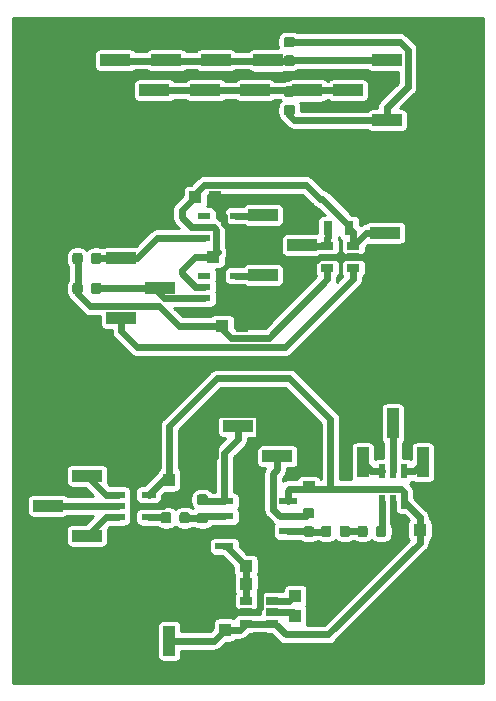
<source format=gbr>
G04 #@! TF.GenerationSoftware,KiCad,Pcbnew,5.1.5+dfsg1-2~bpo9+1*
G04 #@! TF.CreationDate,2020-08-23T22:07:57-04:00*
G04 #@! TF.ProjectId,integrated_amp_driver,696e7465-6772-4617-9465-645f616d705f,rev?*
G04 #@! TF.SameCoordinates,PXcd69f00PY2528990*
G04 #@! TF.FileFunction,Copper,L1,Top*
G04 #@! TF.FilePolarity,Positive*
%FSLAX46Y46*%
G04 Gerber Fmt 4.6, Leading zero omitted, Abs format (unit mm)*
G04 Created by KiCad (PCBNEW 5.1.5+dfsg1-2~bpo9+1) date 2020-08-23 22:07:57*
%MOMM*%
%LPD*%
G04 APERTURE LIST*
%ADD10R,0.548640X1.198880*%
%ADD11R,1.198880X0.548640*%
%ADD12R,0.797560X1.198880*%
%ADD13R,2.510000X1.000000*%
%ADD14R,1.099820X0.998220*%
%ADD15R,0.998220X1.099820*%
%ADD16R,1.000000X2.510000*%
%ADD17R,1.050000X0.600000*%
%ADD18R,1.550000X0.600000*%
%ADD19R,1.060000X0.650000*%
%ADD20C,0.150000*%
%ADD21C,0.600000*%
%ADD22C,0.254000*%
G04 APERTURE END LIST*
D10*
X31308040Y-38453060D03*
X32258000Y-38453060D03*
X33207960Y-38453060D03*
X33207960Y-41048940D03*
X32258000Y-41048940D03*
X31308040Y-41048940D03*
D11*
X8989059Y-42351960D03*
X8989059Y-41402000D03*
X8989059Y-40452040D03*
X11584939Y-40452040D03*
X11584939Y-41402000D03*
X11584939Y-42351960D03*
D12*
X26786840Y-17907000D03*
X28585160Y-17907000D03*
D13*
X28444000Y-6223000D03*
X31754000Y-3683000D03*
X31754000Y-8763000D03*
D14*
X21549360Y-48006000D03*
X19852640Y-48006000D03*
X21508720Y-46482000D03*
X19812000Y-46482000D03*
X18755360Y-20320000D03*
X17058640Y-20320000D03*
X17231360Y-15240000D03*
X15534640Y-15240000D03*
D15*
X25146000Y-38140640D03*
X25146000Y-39837360D03*
X24003000Y-49062640D03*
X24003000Y-50759360D03*
D14*
X19517360Y-26162000D03*
X17820640Y-26162000D03*
D15*
X18034000Y-50205640D03*
X18034000Y-51902360D03*
D14*
X32847280Y-43434000D03*
X34544000Y-43434000D03*
D15*
X13335000Y-40894000D03*
X13335000Y-39197280D03*
D13*
X12577000Y-22987000D03*
X9267000Y-25527000D03*
X9267000Y-20447000D03*
X8759000Y-3683000D03*
X12069000Y-6223000D03*
X13077000Y-3683000D03*
X16387000Y-6223000D03*
X21713000Y-3687000D03*
X25023000Y-6227000D03*
X17268000Y-3683000D03*
X20578000Y-6223000D03*
X24566000Y-19334000D03*
X21256000Y-21874000D03*
X21256000Y-16794000D03*
X34929000Y-20828000D03*
X31619000Y-18288000D03*
X22483000Y-37211000D03*
X19173000Y-34671000D03*
X3048000Y-41402000D03*
X6358000Y-38862000D03*
X6358000Y-43942000D03*
D16*
X32258000Y-34413000D03*
X34798000Y-37723000D03*
X29718000Y-37723000D03*
X15875000Y-49526000D03*
X13335000Y-52836000D03*
D17*
X16303000Y-21910000D03*
X16303000Y-22860000D03*
X16303000Y-23810000D03*
X19003000Y-23810000D03*
X19003000Y-21910000D03*
D18*
X23401000Y-41021000D03*
X23401000Y-42291000D03*
X23401000Y-43561000D03*
X23401000Y-44831000D03*
X18001000Y-44831000D03*
X18001000Y-43561000D03*
X18001000Y-42291000D03*
X18001000Y-41021000D03*
D17*
X16303000Y-16830000D03*
X16303000Y-17780000D03*
X16303000Y-18730000D03*
X19003000Y-18730000D03*
X19003000Y-16830000D03*
D19*
X26713000Y-21270000D03*
X26713000Y-19370000D03*
X28913000Y-19370000D03*
X28913000Y-20320000D03*
X28913000Y-21270000D03*
X22055000Y-50419000D03*
X22055000Y-49469000D03*
X22055000Y-51369000D03*
X19855000Y-51369000D03*
X19855000Y-50419000D03*
X19855000Y-49469000D03*
G04 #@! TA.AperFunction,SMDPad,CuDef*
D20*
G36*
X23772691Y-1697053D02*
G01*
X23793926Y-1700203D01*
X23814750Y-1705419D01*
X23834962Y-1712651D01*
X23854368Y-1721830D01*
X23872781Y-1732866D01*
X23890024Y-1745654D01*
X23905930Y-1760070D01*
X23920346Y-1775976D01*
X23933134Y-1793219D01*
X23944170Y-1811632D01*
X23953349Y-1831038D01*
X23960581Y-1851250D01*
X23965797Y-1872074D01*
X23968947Y-1893309D01*
X23970000Y-1914750D01*
X23970000Y-2352250D01*
X23968947Y-2373691D01*
X23965797Y-2394926D01*
X23960581Y-2415750D01*
X23953349Y-2435962D01*
X23944170Y-2455368D01*
X23933134Y-2473781D01*
X23920346Y-2491024D01*
X23905930Y-2506930D01*
X23890024Y-2521346D01*
X23872781Y-2534134D01*
X23854368Y-2545170D01*
X23834962Y-2554349D01*
X23814750Y-2561581D01*
X23793926Y-2566797D01*
X23772691Y-2569947D01*
X23751250Y-2571000D01*
X23238750Y-2571000D01*
X23217309Y-2569947D01*
X23196074Y-2566797D01*
X23175250Y-2561581D01*
X23155038Y-2554349D01*
X23135632Y-2545170D01*
X23117219Y-2534134D01*
X23099976Y-2521346D01*
X23084070Y-2506930D01*
X23069654Y-2491024D01*
X23056866Y-2473781D01*
X23045830Y-2455368D01*
X23036651Y-2435962D01*
X23029419Y-2415750D01*
X23024203Y-2394926D01*
X23021053Y-2373691D01*
X23020000Y-2352250D01*
X23020000Y-1914750D01*
X23021053Y-1893309D01*
X23024203Y-1872074D01*
X23029419Y-1851250D01*
X23036651Y-1831038D01*
X23045830Y-1811632D01*
X23056866Y-1793219D01*
X23069654Y-1775976D01*
X23084070Y-1760070D01*
X23099976Y-1745654D01*
X23117219Y-1732866D01*
X23135632Y-1721830D01*
X23155038Y-1712651D01*
X23175250Y-1705419D01*
X23196074Y-1700203D01*
X23217309Y-1697053D01*
X23238750Y-1696000D01*
X23751250Y-1696000D01*
X23772691Y-1697053D01*
G37*
G04 #@! TD.AperFunction*
G04 #@! TA.AperFunction,SMDPad,CuDef*
G36*
X23772691Y-3272053D02*
G01*
X23793926Y-3275203D01*
X23814750Y-3280419D01*
X23834962Y-3287651D01*
X23854368Y-3296830D01*
X23872781Y-3307866D01*
X23890024Y-3320654D01*
X23905930Y-3335070D01*
X23920346Y-3350976D01*
X23933134Y-3368219D01*
X23944170Y-3386632D01*
X23953349Y-3406038D01*
X23960581Y-3426250D01*
X23965797Y-3447074D01*
X23968947Y-3468309D01*
X23970000Y-3489750D01*
X23970000Y-3927250D01*
X23968947Y-3948691D01*
X23965797Y-3969926D01*
X23960581Y-3990750D01*
X23953349Y-4010962D01*
X23944170Y-4030368D01*
X23933134Y-4048781D01*
X23920346Y-4066024D01*
X23905930Y-4081930D01*
X23890024Y-4096346D01*
X23872781Y-4109134D01*
X23854368Y-4120170D01*
X23834962Y-4129349D01*
X23814750Y-4136581D01*
X23793926Y-4141797D01*
X23772691Y-4144947D01*
X23751250Y-4146000D01*
X23238750Y-4146000D01*
X23217309Y-4144947D01*
X23196074Y-4141797D01*
X23175250Y-4136581D01*
X23155038Y-4129349D01*
X23135632Y-4120170D01*
X23117219Y-4109134D01*
X23099976Y-4096346D01*
X23084070Y-4081930D01*
X23069654Y-4066024D01*
X23056866Y-4048781D01*
X23045830Y-4030368D01*
X23036651Y-4010962D01*
X23029419Y-3990750D01*
X23024203Y-3969926D01*
X23021053Y-3948691D01*
X23020000Y-3927250D01*
X23020000Y-3489750D01*
X23021053Y-3468309D01*
X23024203Y-3447074D01*
X23029419Y-3426250D01*
X23036651Y-3406038D01*
X23045830Y-3386632D01*
X23056866Y-3368219D01*
X23069654Y-3350976D01*
X23084070Y-3335070D01*
X23099976Y-3320654D01*
X23117219Y-3307866D01*
X23135632Y-3296830D01*
X23155038Y-3287651D01*
X23175250Y-3280419D01*
X23196074Y-3275203D01*
X23217309Y-3272053D01*
X23238750Y-3271000D01*
X23751250Y-3271000D01*
X23772691Y-3272053D01*
G37*
G04 #@! TD.AperFunction*
G04 #@! TA.AperFunction,SMDPad,CuDef*
G36*
X23772691Y-7463054D02*
G01*
X23793926Y-7466204D01*
X23814750Y-7471420D01*
X23834962Y-7478652D01*
X23854368Y-7487831D01*
X23872781Y-7498867D01*
X23890024Y-7511655D01*
X23905930Y-7526071D01*
X23920346Y-7541977D01*
X23933134Y-7559220D01*
X23944170Y-7577633D01*
X23953349Y-7597039D01*
X23960581Y-7617251D01*
X23965797Y-7638075D01*
X23968947Y-7659310D01*
X23970000Y-7680751D01*
X23970000Y-8118251D01*
X23968947Y-8139692D01*
X23965797Y-8160927D01*
X23960581Y-8181751D01*
X23953349Y-8201963D01*
X23944170Y-8221369D01*
X23933134Y-8239782D01*
X23920346Y-8257025D01*
X23905930Y-8272931D01*
X23890024Y-8287347D01*
X23872781Y-8300135D01*
X23854368Y-8311171D01*
X23834962Y-8320350D01*
X23814750Y-8327582D01*
X23793926Y-8332798D01*
X23772691Y-8335948D01*
X23751250Y-8337001D01*
X23238750Y-8337001D01*
X23217309Y-8335948D01*
X23196074Y-8332798D01*
X23175250Y-8327582D01*
X23155038Y-8320350D01*
X23135632Y-8311171D01*
X23117219Y-8300135D01*
X23099976Y-8287347D01*
X23084070Y-8272931D01*
X23069654Y-8257025D01*
X23056866Y-8239782D01*
X23045830Y-8221369D01*
X23036651Y-8201963D01*
X23029419Y-8181751D01*
X23024203Y-8160927D01*
X23021053Y-8139692D01*
X23020000Y-8118251D01*
X23020000Y-7680751D01*
X23021053Y-7659310D01*
X23024203Y-7638075D01*
X23029419Y-7617251D01*
X23036651Y-7597039D01*
X23045830Y-7577633D01*
X23056866Y-7559220D01*
X23069654Y-7541977D01*
X23084070Y-7526071D01*
X23099976Y-7511655D01*
X23117219Y-7498867D01*
X23135632Y-7487831D01*
X23155038Y-7478652D01*
X23175250Y-7471420D01*
X23196074Y-7466204D01*
X23217309Y-7463054D01*
X23238750Y-7462001D01*
X23751250Y-7462001D01*
X23772691Y-7463054D01*
G37*
G04 #@! TD.AperFunction*
G04 #@! TA.AperFunction,SMDPad,CuDef*
G36*
X23772691Y-5888054D02*
G01*
X23793926Y-5891204D01*
X23814750Y-5896420D01*
X23834962Y-5903652D01*
X23854368Y-5912831D01*
X23872781Y-5923867D01*
X23890024Y-5936655D01*
X23905930Y-5951071D01*
X23920346Y-5966977D01*
X23933134Y-5984220D01*
X23944170Y-6002633D01*
X23953349Y-6022039D01*
X23960581Y-6042251D01*
X23965797Y-6063075D01*
X23968947Y-6084310D01*
X23970000Y-6105751D01*
X23970000Y-6543251D01*
X23968947Y-6564692D01*
X23965797Y-6585927D01*
X23960581Y-6606751D01*
X23953349Y-6626963D01*
X23944170Y-6646369D01*
X23933134Y-6664782D01*
X23920346Y-6682025D01*
X23905930Y-6697931D01*
X23890024Y-6712347D01*
X23872781Y-6725135D01*
X23854368Y-6736171D01*
X23834962Y-6745350D01*
X23814750Y-6752582D01*
X23793926Y-6757798D01*
X23772691Y-6760948D01*
X23751250Y-6762001D01*
X23238750Y-6762001D01*
X23217309Y-6760948D01*
X23196074Y-6757798D01*
X23175250Y-6752582D01*
X23155038Y-6745350D01*
X23135632Y-6736171D01*
X23117219Y-6725135D01*
X23099976Y-6712347D01*
X23084070Y-6697931D01*
X23069654Y-6682025D01*
X23056866Y-6664782D01*
X23045830Y-6646369D01*
X23036651Y-6626963D01*
X23029419Y-6606751D01*
X23024203Y-6585927D01*
X23021053Y-6564692D01*
X23020000Y-6543251D01*
X23020000Y-6105751D01*
X23021053Y-6084310D01*
X23024203Y-6063075D01*
X23029419Y-6042251D01*
X23036651Y-6022039D01*
X23045830Y-6002633D01*
X23056866Y-5984220D01*
X23069654Y-5966977D01*
X23084070Y-5951071D01*
X23099976Y-5936655D01*
X23117219Y-5923867D01*
X23135632Y-5912831D01*
X23155038Y-5903652D01*
X23175250Y-5896420D01*
X23196074Y-5891204D01*
X23217309Y-5888054D01*
X23238750Y-5887001D01*
X23751250Y-5887001D01*
X23772691Y-5888054D01*
G37*
G04 #@! TD.AperFunction*
G04 #@! TA.AperFunction,SMDPad,CuDef*
G36*
X5802691Y-22513053D02*
G01*
X5823926Y-22516203D01*
X5844750Y-22521419D01*
X5864962Y-22528651D01*
X5884368Y-22537830D01*
X5902781Y-22548866D01*
X5920024Y-22561654D01*
X5935930Y-22576070D01*
X5950346Y-22591976D01*
X5963134Y-22609219D01*
X5974170Y-22627632D01*
X5983349Y-22647038D01*
X5990581Y-22667250D01*
X5995797Y-22688074D01*
X5998947Y-22709309D01*
X6000000Y-22730750D01*
X6000000Y-23243250D01*
X5998947Y-23264691D01*
X5995797Y-23285926D01*
X5990581Y-23306750D01*
X5983349Y-23326962D01*
X5974170Y-23346368D01*
X5963134Y-23364781D01*
X5950346Y-23382024D01*
X5935930Y-23397930D01*
X5920024Y-23412346D01*
X5902781Y-23425134D01*
X5884368Y-23436170D01*
X5864962Y-23445349D01*
X5844750Y-23452581D01*
X5823926Y-23457797D01*
X5802691Y-23460947D01*
X5781250Y-23462000D01*
X5343750Y-23462000D01*
X5322309Y-23460947D01*
X5301074Y-23457797D01*
X5280250Y-23452581D01*
X5260038Y-23445349D01*
X5240632Y-23436170D01*
X5222219Y-23425134D01*
X5204976Y-23412346D01*
X5189070Y-23397930D01*
X5174654Y-23382024D01*
X5161866Y-23364781D01*
X5150830Y-23346368D01*
X5141651Y-23326962D01*
X5134419Y-23306750D01*
X5129203Y-23285926D01*
X5126053Y-23264691D01*
X5125000Y-23243250D01*
X5125000Y-22730750D01*
X5126053Y-22709309D01*
X5129203Y-22688074D01*
X5134419Y-22667250D01*
X5141651Y-22647038D01*
X5150830Y-22627632D01*
X5161866Y-22609219D01*
X5174654Y-22591976D01*
X5189070Y-22576070D01*
X5204976Y-22561654D01*
X5222219Y-22548866D01*
X5240632Y-22537830D01*
X5260038Y-22528651D01*
X5280250Y-22521419D01*
X5301074Y-22516203D01*
X5322309Y-22513053D01*
X5343750Y-22512000D01*
X5781250Y-22512000D01*
X5802691Y-22513053D01*
G37*
G04 #@! TD.AperFunction*
G04 #@! TA.AperFunction,SMDPad,CuDef*
G36*
X7377691Y-22513053D02*
G01*
X7398926Y-22516203D01*
X7419750Y-22521419D01*
X7439962Y-22528651D01*
X7459368Y-22537830D01*
X7477781Y-22548866D01*
X7495024Y-22561654D01*
X7510930Y-22576070D01*
X7525346Y-22591976D01*
X7538134Y-22609219D01*
X7549170Y-22627632D01*
X7558349Y-22647038D01*
X7565581Y-22667250D01*
X7570797Y-22688074D01*
X7573947Y-22709309D01*
X7575000Y-22730750D01*
X7575000Y-23243250D01*
X7573947Y-23264691D01*
X7570797Y-23285926D01*
X7565581Y-23306750D01*
X7558349Y-23326962D01*
X7549170Y-23346368D01*
X7538134Y-23364781D01*
X7525346Y-23382024D01*
X7510930Y-23397930D01*
X7495024Y-23412346D01*
X7477781Y-23425134D01*
X7459368Y-23436170D01*
X7439962Y-23445349D01*
X7419750Y-23452581D01*
X7398926Y-23457797D01*
X7377691Y-23460947D01*
X7356250Y-23462000D01*
X6918750Y-23462000D01*
X6897309Y-23460947D01*
X6876074Y-23457797D01*
X6855250Y-23452581D01*
X6835038Y-23445349D01*
X6815632Y-23436170D01*
X6797219Y-23425134D01*
X6779976Y-23412346D01*
X6764070Y-23397930D01*
X6749654Y-23382024D01*
X6736866Y-23364781D01*
X6725830Y-23346368D01*
X6716651Y-23326962D01*
X6709419Y-23306750D01*
X6704203Y-23285926D01*
X6701053Y-23264691D01*
X6700000Y-23243250D01*
X6700000Y-22730750D01*
X6701053Y-22709309D01*
X6704203Y-22688074D01*
X6709419Y-22667250D01*
X6716651Y-22647038D01*
X6725830Y-22627632D01*
X6736866Y-22609219D01*
X6749654Y-22591976D01*
X6764070Y-22576070D01*
X6779976Y-22561654D01*
X6797219Y-22548866D01*
X6815632Y-22537830D01*
X6835038Y-22528651D01*
X6855250Y-22521419D01*
X6876074Y-22516203D01*
X6897309Y-22513053D01*
X6918750Y-22512000D01*
X7356250Y-22512000D01*
X7377691Y-22513053D01*
G37*
G04 #@! TD.AperFunction*
G04 #@! TA.AperFunction,SMDPad,CuDef*
G36*
X16406691Y-40432053D02*
G01*
X16427926Y-40435203D01*
X16448750Y-40440419D01*
X16468962Y-40447651D01*
X16488368Y-40456830D01*
X16506781Y-40467866D01*
X16524024Y-40480654D01*
X16539930Y-40495070D01*
X16554346Y-40510976D01*
X16567134Y-40528219D01*
X16578170Y-40546632D01*
X16587349Y-40566038D01*
X16594581Y-40586250D01*
X16599797Y-40607074D01*
X16602947Y-40628309D01*
X16604000Y-40649750D01*
X16604000Y-41087250D01*
X16602947Y-41108691D01*
X16599797Y-41129926D01*
X16594581Y-41150750D01*
X16587349Y-41170962D01*
X16578170Y-41190368D01*
X16567134Y-41208781D01*
X16554346Y-41226024D01*
X16539930Y-41241930D01*
X16524024Y-41256346D01*
X16506781Y-41269134D01*
X16488368Y-41280170D01*
X16468962Y-41289349D01*
X16448750Y-41296581D01*
X16427926Y-41301797D01*
X16406691Y-41304947D01*
X16385250Y-41306000D01*
X15872750Y-41306000D01*
X15851309Y-41304947D01*
X15830074Y-41301797D01*
X15809250Y-41296581D01*
X15789038Y-41289349D01*
X15769632Y-41280170D01*
X15751219Y-41269134D01*
X15733976Y-41256346D01*
X15718070Y-41241930D01*
X15703654Y-41226024D01*
X15690866Y-41208781D01*
X15679830Y-41190368D01*
X15670651Y-41170962D01*
X15663419Y-41150750D01*
X15658203Y-41129926D01*
X15655053Y-41108691D01*
X15654000Y-41087250D01*
X15654000Y-40649750D01*
X15655053Y-40628309D01*
X15658203Y-40607074D01*
X15663419Y-40586250D01*
X15670651Y-40566038D01*
X15679830Y-40546632D01*
X15690866Y-40528219D01*
X15703654Y-40510976D01*
X15718070Y-40495070D01*
X15733976Y-40480654D01*
X15751219Y-40467866D01*
X15769632Y-40456830D01*
X15789038Y-40447651D01*
X15809250Y-40440419D01*
X15830074Y-40435203D01*
X15851309Y-40432053D01*
X15872750Y-40431000D01*
X16385250Y-40431000D01*
X16406691Y-40432053D01*
G37*
G04 #@! TD.AperFunction*
G04 #@! TA.AperFunction,SMDPad,CuDef*
G36*
X16406691Y-42007053D02*
G01*
X16427926Y-42010203D01*
X16448750Y-42015419D01*
X16468962Y-42022651D01*
X16488368Y-42031830D01*
X16506781Y-42042866D01*
X16524024Y-42055654D01*
X16539930Y-42070070D01*
X16554346Y-42085976D01*
X16567134Y-42103219D01*
X16578170Y-42121632D01*
X16587349Y-42141038D01*
X16594581Y-42161250D01*
X16599797Y-42182074D01*
X16602947Y-42203309D01*
X16604000Y-42224750D01*
X16604000Y-42662250D01*
X16602947Y-42683691D01*
X16599797Y-42704926D01*
X16594581Y-42725750D01*
X16587349Y-42745962D01*
X16578170Y-42765368D01*
X16567134Y-42783781D01*
X16554346Y-42801024D01*
X16539930Y-42816930D01*
X16524024Y-42831346D01*
X16506781Y-42844134D01*
X16488368Y-42855170D01*
X16468962Y-42864349D01*
X16448750Y-42871581D01*
X16427926Y-42876797D01*
X16406691Y-42879947D01*
X16385250Y-42881000D01*
X15872750Y-42881000D01*
X15851309Y-42879947D01*
X15830074Y-42876797D01*
X15809250Y-42871581D01*
X15789038Y-42864349D01*
X15769632Y-42855170D01*
X15751219Y-42844134D01*
X15733976Y-42831346D01*
X15718070Y-42816930D01*
X15703654Y-42801024D01*
X15690866Y-42783781D01*
X15679830Y-42765368D01*
X15670651Y-42745962D01*
X15663419Y-42725750D01*
X15658203Y-42704926D01*
X15655053Y-42683691D01*
X15654000Y-42662250D01*
X15654000Y-42224750D01*
X15655053Y-42203309D01*
X15658203Y-42182074D01*
X15663419Y-42161250D01*
X15670651Y-42141038D01*
X15679830Y-42121632D01*
X15690866Y-42103219D01*
X15703654Y-42085976D01*
X15718070Y-42070070D01*
X15733976Y-42055654D01*
X15751219Y-42042866D01*
X15769632Y-42031830D01*
X15789038Y-42022651D01*
X15809250Y-42015419D01*
X15830074Y-42010203D01*
X15851309Y-42007053D01*
X15872750Y-42006000D01*
X16385250Y-42006000D01*
X16406691Y-42007053D01*
G37*
G04 #@! TD.AperFunction*
G04 #@! TA.AperFunction,SMDPad,CuDef*
G36*
X25423691Y-41575053D02*
G01*
X25444926Y-41578203D01*
X25465750Y-41583419D01*
X25485962Y-41590651D01*
X25505368Y-41599830D01*
X25523781Y-41610866D01*
X25541024Y-41623654D01*
X25556930Y-41638070D01*
X25571346Y-41653976D01*
X25584134Y-41671219D01*
X25595170Y-41689632D01*
X25604349Y-41709038D01*
X25611581Y-41729250D01*
X25616797Y-41750074D01*
X25619947Y-41771309D01*
X25621000Y-41792750D01*
X25621000Y-42230250D01*
X25619947Y-42251691D01*
X25616797Y-42272926D01*
X25611581Y-42293750D01*
X25604349Y-42313962D01*
X25595170Y-42333368D01*
X25584134Y-42351781D01*
X25571346Y-42369024D01*
X25556930Y-42384930D01*
X25541024Y-42399346D01*
X25523781Y-42412134D01*
X25505368Y-42423170D01*
X25485962Y-42432349D01*
X25465750Y-42439581D01*
X25444926Y-42444797D01*
X25423691Y-42447947D01*
X25402250Y-42449000D01*
X24889750Y-42449000D01*
X24868309Y-42447947D01*
X24847074Y-42444797D01*
X24826250Y-42439581D01*
X24806038Y-42432349D01*
X24786632Y-42423170D01*
X24768219Y-42412134D01*
X24750976Y-42399346D01*
X24735070Y-42384930D01*
X24720654Y-42369024D01*
X24707866Y-42351781D01*
X24696830Y-42333368D01*
X24687651Y-42313962D01*
X24680419Y-42293750D01*
X24675203Y-42272926D01*
X24672053Y-42251691D01*
X24671000Y-42230250D01*
X24671000Y-41792750D01*
X24672053Y-41771309D01*
X24675203Y-41750074D01*
X24680419Y-41729250D01*
X24687651Y-41709038D01*
X24696830Y-41689632D01*
X24707866Y-41671219D01*
X24720654Y-41653976D01*
X24735070Y-41638070D01*
X24750976Y-41623654D01*
X24768219Y-41610866D01*
X24786632Y-41599830D01*
X24806038Y-41590651D01*
X24826250Y-41583419D01*
X24847074Y-41578203D01*
X24868309Y-41575053D01*
X24889750Y-41574000D01*
X25402250Y-41574000D01*
X25423691Y-41575053D01*
G37*
G04 #@! TD.AperFunction*
G04 #@! TA.AperFunction,SMDPad,CuDef*
G36*
X25423691Y-43150053D02*
G01*
X25444926Y-43153203D01*
X25465750Y-43158419D01*
X25485962Y-43165651D01*
X25505368Y-43174830D01*
X25523781Y-43185866D01*
X25541024Y-43198654D01*
X25556930Y-43213070D01*
X25571346Y-43228976D01*
X25584134Y-43246219D01*
X25595170Y-43264632D01*
X25604349Y-43284038D01*
X25611581Y-43304250D01*
X25616797Y-43325074D01*
X25619947Y-43346309D01*
X25621000Y-43367750D01*
X25621000Y-43805250D01*
X25619947Y-43826691D01*
X25616797Y-43847926D01*
X25611581Y-43868750D01*
X25604349Y-43888962D01*
X25595170Y-43908368D01*
X25584134Y-43926781D01*
X25571346Y-43944024D01*
X25556930Y-43959930D01*
X25541024Y-43974346D01*
X25523781Y-43987134D01*
X25505368Y-43998170D01*
X25485962Y-44007349D01*
X25465750Y-44014581D01*
X25444926Y-44019797D01*
X25423691Y-44022947D01*
X25402250Y-44024000D01*
X24889750Y-44024000D01*
X24868309Y-44022947D01*
X24847074Y-44019797D01*
X24826250Y-44014581D01*
X24806038Y-44007349D01*
X24786632Y-43998170D01*
X24768219Y-43987134D01*
X24750976Y-43974346D01*
X24735070Y-43959930D01*
X24720654Y-43944024D01*
X24707866Y-43926781D01*
X24696830Y-43908368D01*
X24687651Y-43888962D01*
X24680419Y-43868750D01*
X24675203Y-43847926D01*
X24672053Y-43826691D01*
X24671000Y-43805250D01*
X24671000Y-43367750D01*
X24672053Y-43346309D01*
X24675203Y-43325074D01*
X24680419Y-43304250D01*
X24687651Y-43284038D01*
X24696830Y-43264632D01*
X24707866Y-43246219D01*
X24720654Y-43228976D01*
X24735070Y-43213070D01*
X24750976Y-43198654D01*
X24768219Y-43185866D01*
X24786632Y-43174830D01*
X24806038Y-43165651D01*
X24826250Y-43158419D01*
X24847074Y-43153203D01*
X24868309Y-43150053D01*
X24889750Y-43149000D01*
X25402250Y-43149000D01*
X25423691Y-43150053D01*
G37*
G04 #@! TD.AperFunction*
G04 #@! TA.AperFunction,SMDPad,CuDef*
G36*
X26859191Y-43087053D02*
G01*
X26880426Y-43090203D01*
X26901250Y-43095419D01*
X26921462Y-43102651D01*
X26940868Y-43111830D01*
X26959281Y-43122866D01*
X26976524Y-43135654D01*
X26992430Y-43150070D01*
X27006846Y-43165976D01*
X27019634Y-43183219D01*
X27030670Y-43201632D01*
X27039849Y-43221038D01*
X27047081Y-43241250D01*
X27052297Y-43262074D01*
X27055447Y-43283309D01*
X27056500Y-43304750D01*
X27056500Y-43817250D01*
X27055447Y-43838691D01*
X27052297Y-43859926D01*
X27047081Y-43880750D01*
X27039849Y-43900962D01*
X27030670Y-43920368D01*
X27019634Y-43938781D01*
X27006846Y-43956024D01*
X26992430Y-43971930D01*
X26976524Y-43986346D01*
X26959281Y-43999134D01*
X26940868Y-44010170D01*
X26921462Y-44019349D01*
X26901250Y-44026581D01*
X26880426Y-44031797D01*
X26859191Y-44034947D01*
X26837750Y-44036000D01*
X26400250Y-44036000D01*
X26378809Y-44034947D01*
X26357574Y-44031797D01*
X26336750Y-44026581D01*
X26316538Y-44019349D01*
X26297132Y-44010170D01*
X26278719Y-43999134D01*
X26261476Y-43986346D01*
X26245570Y-43971930D01*
X26231154Y-43956024D01*
X26218366Y-43938781D01*
X26207330Y-43920368D01*
X26198151Y-43900962D01*
X26190919Y-43880750D01*
X26185703Y-43859926D01*
X26182553Y-43838691D01*
X26181500Y-43817250D01*
X26181500Y-43304750D01*
X26182553Y-43283309D01*
X26185703Y-43262074D01*
X26190919Y-43241250D01*
X26198151Y-43221038D01*
X26207330Y-43201632D01*
X26218366Y-43183219D01*
X26231154Y-43165976D01*
X26245570Y-43150070D01*
X26261476Y-43135654D01*
X26278719Y-43122866D01*
X26297132Y-43111830D01*
X26316538Y-43102651D01*
X26336750Y-43095419D01*
X26357574Y-43090203D01*
X26378809Y-43087053D01*
X26400250Y-43086000D01*
X26837750Y-43086000D01*
X26859191Y-43087053D01*
G37*
G04 #@! TD.AperFunction*
G04 #@! TA.AperFunction,SMDPad,CuDef*
G36*
X28434191Y-43087053D02*
G01*
X28455426Y-43090203D01*
X28476250Y-43095419D01*
X28496462Y-43102651D01*
X28515868Y-43111830D01*
X28534281Y-43122866D01*
X28551524Y-43135654D01*
X28567430Y-43150070D01*
X28581846Y-43165976D01*
X28594634Y-43183219D01*
X28605670Y-43201632D01*
X28614849Y-43221038D01*
X28622081Y-43241250D01*
X28627297Y-43262074D01*
X28630447Y-43283309D01*
X28631500Y-43304750D01*
X28631500Y-43817250D01*
X28630447Y-43838691D01*
X28627297Y-43859926D01*
X28622081Y-43880750D01*
X28614849Y-43900962D01*
X28605670Y-43920368D01*
X28594634Y-43938781D01*
X28581846Y-43956024D01*
X28567430Y-43971930D01*
X28551524Y-43986346D01*
X28534281Y-43999134D01*
X28515868Y-44010170D01*
X28496462Y-44019349D01*
X28476250Y-44026581D01*
X28455426Y-44031797D01*
X28434191Y-44034947D01*
X28412750Y-44036000D01*
X27975250Y-44036000D01*
X27953809Y-44034947D01*
X27932574Y-44031797D01*
X27911750Y-44026581D01*
X27891538Y-44019349D01*
X27872132Y-44010170D01*
X27853719Y-43999134D01*
X27836476Y-43986346D01*
X27820570Y-43971930D01*
X27806154Y-43956024D01*
X27793366Y-43938781D01*
X27782330Y-43920368D01*
X27773151Y-43900962D01*
X27765919Y-43880750D01*
X27760703Y-43859926D01*
X27757553Y-43838691D01*
X27756500Y-43817250D01*
X27756500Y-43304750D01*
X27757553Y-43283309D01*
X27760703Y-43262074D01*
X27765919Y-43241250D01*
X27773151Y-43221038D01*
X27782330Y-43201632D01*
X27793366Y-43183219D01*
X27806154Y-43165976D01*
X27820570Y-43150070D01*
X27836476Y-43135654D01*
X27853719Y-43122866D01*
X27872132Y-43111830D01*
X27891538Y-43102651D01*
X27911750Y-43095419D01*
X27932574Y-43090203D01*
X27953809Y-43087053D01*
X27975250Y-43086000D01*
X28412750Y-43086000D01*
X28434191Y-43087053D01*
G37*
G04 #@! TD.AperFunction*
G04 #@! TA.AperFunction,SMDPad,CuDef*
G36*
X14870691Y-41944053D02*
G01*
X14891926Y-41947203D01*
X14912750Y-41952419D01*
X14932962Y-41959651D01*
X14952368Y-41968830D01*
X14970781Y-41979866D01*
X14988024Y-41992654D01*
X15003930Y-42007070D01*
X15018346Y-42022976D01*
X15031134Y-42040219D01*
X15042170Y-42058632D01*
X15051349Y-42078038D01*
X15058581Y-42098250D01*
X15063797Y-42119074D01*
X15066947Y-42140309D01*
X15068000Y-42161750D01*
X15068000Y-42674250D01*
X15066947Y-42695691D01*
X15063797Y-42716926D01*
X15058581Y-42737750D01*
X15051349Y-42757962D01*
X15042170Y-42777368D01*
X15031134Y-42795781D01*
X15018346Y-42813024D01*
X15003930Y-42828930D01*
X14988024Y-42843346D01*
X14970781Y-42856134D01*
X14952368Y-42867170D01*
X14932962Y-42876349D01*
X14912750Y-42883581D01*
X14891926Y-42888797D01*
X14870691Y-42891947D01*
X14849250Y-42893000D01*
X14411750Y-42893000D01*
X14390309Y-42891947D01*
X14369074Y-42888797D01*
X14348250Y-42883581D01*
X14328038Y-42876349D01*
X14308632Y-42867170D01*
X14290219Y-42856134D01*
X14272976Y-42843346D01*
X14257070Y-42828930D01*
X14242654Y-42813024D01*
X14229866Y-42795781D01*
X14218830Y-42777368D01*
X14209651Y-42757962D01*
X14202419Y-42737750D01*
X14197203Y-42716926D01*
X14194053Y-42695691D01*
X14193000Y-42674250D01*
X14193000Y-42161750D01*
X14194053Y-42140309D01*
X14197203Y-42119074D01*
X14202419Y-42098250D01*
X14209651Y-42078038D01*
X14218830Y-42058632D01*
X14229866Y-42040219D01*
X14242654Y-42022976D01*
X14257070Y-42007070D01*
X14272976Y-41992654D01*
X14290219Y-41979866D01*
X14308632Y-41968830D01*
X14328038Y-41959651D01*
X14348250Y-41952419D01*
X14369074Y-41947203D01*
X14390309Y-41944053D01*
X14411750Y-41943000D01*
X14849250Y-41943000D01*
X14870691Y-41944053D01*
G37*
G04 #@! TD.AperFunction*
G04 #@! TA.AperFunction,SMDPad,CuDef*
G36*
X13295691Y-41944053D02*
G01*
X13316926Y-41947203D01*
X13337750Y-41952419D01*
X13357962Y-41959651D01*
X13377368Y-41968830D01*
X13395781Y-41979866D01*
X13413024Y-41992654D01*
X13428930Y-42007070D01*
X13443346Y-42022976D01*
X13456134Y-42040219D01*
X13467170Y-42058632D01*
X13476349Y-42078038D01*
X13483581Y-42098250D01*
X13488797Y-42119074D01*
X13491947Y-42140309D01*
X13493000Y-42161750D01*
X13493000Y-42674250D01*
X13491947Y-42695691D01*
X13488797Y-42716926D01*
X13483581Y-42737750D01*
X13476349Y-42757962D01*
X13467170Y-42777368D01*
X13456134Y-42795781D01*
X13443346Y-42813024D01*
X13428930Y-42828930D01*
X13413024Y-42843346D01*
X13395781Y-42856134D01*
X13377368Y-42867170D01*
X13357962Y-42876349D01*
X13337750Y-42883581D01*
X13316926Y-42888797D01*
X13295691Y-42891947D01*
X13274250Y-42893000D01*
X12836750Y-42893000D01*
X12815309Y-42891947D01*
X12794074Y-42888797D01*
X12773250Y-42883581D01*
X12753038Y-42876349D01*
X12733632Y-42867170D01*
X12715219Y-42856134D01*
X12697976Y-42843346D01*
X12682070Y-42828930D01*
X12667654Y-42813024D01*
X12654866Y-42795781D01*
X12643830Y-42777368D01*
X12634651Y-42757962D01*
X12627419Y-42737750D01*
X12622203Y-42716926D01*
X12619053Y-42695691D01*
X12618000Y-42674250D01*
X12618000Y-42161750D01*
X12619053Y-42140309D01*
X12622203Y-42119074D01*
X12627419Y-42098250D01*
X12634651Y-42078038D01*
X12643830Y-42058632D01*
X12654866Y-42040219D01*
X12667654Y-42022976D01*
X12682070Y-42007070D01*
X12697976Y-41992654D01*
X12715219Y-41979866D01*
X12733632Y-41968830D01*
X12753038Y-41959651D01*
X12773250Y-41952419D01*
X12794074Y-41947203D01*
X12815309Y-41944053D01*
X12836750Y-41943000D01*
X13274250Y-41943000D01*
X13295691Y-41944053D01*
G37*
G04 #@! TD.AperFunction*
G04 #@! TA.AperFunction,SMDPad,CuDef*
G36*
X5802691Y-19973053D02*
G01*
X5823926Y-19976203D01*
X5844750Y-19981419D01*
X5864962Y-19988651D01*
X5884368Y-19997830D01*
X5902781Y-20008866D01*
X5920024Y-20021654D01*
X5935930Y-20036070D01*
X5950346Y-20051976D01*
X5963134Y-20069219D01*
X5974170Y-20087632D01*
X5983349Y-20107038D01*
X5990581Y-20127250D01*
X5995797Y-20148074D01*
X5998947Y-20169309D01*
X6000000Y-20190750D01*
X6000000Y-20703250D01*
X5998947Y-20724691D01*
X5995797Y-20745926D01*
X5990581Y-20766750D01*
X5983349Y-20786962D01*
X5974170Y-20806368D01*
X5963134Y-20824781D01*
X5950346Y-20842024D01*
X5935930Y-20857930D01*
X5920024Y-20872346D01*
X5902781Y-20885134D01*
X5884368Y-20896170D01*
X5864962Y-20905349D01*
X5844750Y-20912581D01*
X5823926Y-20917797D01*
X5802691Y-20920947D01*
X5781250Y-20922000D01*
X5343750Y-20922000D01*
X5322309Y-20920947D01*
X5301074Y-20917797D01*
X5280250Y-20912581D01*
X5260038Y-20905349D01*
X5240632Y-20896170D01*
X5222219Y-20885134D01*
X5204976Y-20872346D01*
X5189070Y-20857930D01*
X5174654Y-20842024D01*
X5161866Y-20824781D01*
X5150830Y-20806368D01*
X5141651Y-20786962D01*
X5134419Y-20766750D01*
X5129203Y-20745926D01*
X5126053Y-20724691D01*
X5125000Y-20703250D01*
X5125000Y-20190750D01*
X5126053Y-20169309D01*
X5129203Y-20148074D01*
X5134419Y-20127250D01*
X5141651Y-20107038D01*
X5150830Y-20087632D01*
X5161866Y-20069219D01*
X5174654Y-20051976D01*
X5189070Y-20036070D01*
X5204976Y-20021654D01*
X5222219Y-20008866D01*
X5240632Y-19997830D01*
X5260038Y-19988651D01*
X5280250Y-19981419D01*
X5301074Y-19976203D01*
X5322309Y-19973053D01*
X5343750Y-19972000D01*
X5781250Y-19972000D01*
X5802691Y-19973053D01*
G37*
G04 #@! TD.AperFunction*
G04 #@! TA.AperFunction,SMDPad,CuDef*
G36*
X7377691Y-19973053D02*
G01*
X7398926Y-19976203D01*
X7419750Y-19981419D01*
X7439962Y-19988651D01*
X7459368Y-19997830D01*
X7477781Y-20008866D01*
X7495024Y-20021654D01*
X7510930Y-20036070D01*
X7525346Y-20051976D01*
X7538134Y-20069219D01*
X7549170Y-20087632D01*
X7558349Y-20107038D01*
X7565581Y-20127250D01*
X7570797Y-20148074D01*
X7573947Y-20169309D01*
X7575000Y-20190750D01*
X7575000Y-20703250D01*
X7573947Y-20724691D01*
X7570797Y-20745926D01*
X7565581Y-20766750D01*
X7558349Y-20786962D01*
X7549170Y-20806368D01*
X7538134Y-20824781D01*
X7525346Y-20842024D01*
X7510930Y-20857930D01*
X7495024Y-20872346D01*
X7477781Y-20885134D01*
X7459368Y-20896170D01*
X7439962Y-20905349D01*
X7419750Y-20912581D01*
X7398926Y-20917797D01*
X7377691Y-20920947D01*
X7356250Y-20922000D01*
X6918750Y-20922000D01*
X6897309Y-20920947D01*
X6876074Y-20917797D01*
X6855250Y-20912581D01*
X6835038Y-20905349D01*
X6815632Y-20896170D01*
X6797219Y-20885134D01*
X6779976Y-20872346D01*
X6764070Y-20857930D01*
X6749654Y-20842024D01*
X6736866Y-20824781D01*
X6725830Y-20806368D01*
X6716651Y-20786962D01*
X6709419Y-20766750D01*
X6704203Y-20745926D01*
X6701053Y-20724691D01*
X6700000Y-20703250D01*
X6700000Y-20190750D01*
X6701053Y-20169309D01*
X6704203Y-20148074D01*
X6709419Y-20127250D01*
X6716651Y-20107038D01*
X6725830Y-20087632D01*
X6736866Y-20069219D01*
X6749654Y-20051976D01*
X6764070Y-20036070D01*
X6779976Y-20021654D01*
X6797219Y-20008866D01*
X6815632Y-19997830D01*
X6835038Y-19988651D01*
X6855250Y-19981419D01*
X6876074Y-19976203D01*
X6897309Y-19973053D01*
X6918750Y-19972000D01*
X7356250Y-19972000D01*
X7377691Y-19973053D01*
G37*
G04 #@! TD.AperFunction*
G04 #@! TA.AperFunction,SMDPad,CuDef*
G36*
X29932691Y-43087053D02*
G01*
X29953926Y-43090203D01*
X29974750Y-43095419D01*
X29994962Y-43102651D01*
X30014368Y-43111830D01*
X30032781Y-43122866D01*
X30050024Y-43135654D01*
X30065930Y-43150070D01*
X30080346Y-43165976D01*
X30093134Y-43183219D01*
X30104170Y-43201632D01*
X30113349Y-43221038D01*
X30120581Y-43241250D01*
X30125797Y-43262074D01*
X30128947Y-43283309D01*
X30130000Y-43304750D01*
X30130000Y-43817250D01*
X30128947Y-43838691D01*
X30125797Y-43859926D01*
X30120581Y-43880750D01*
X30113349Y-43900962D01*
X30104170Y-43920368D01*
X30093134Y-43938781D01*
X30080346Y-43956024D01*
X30065930Y-43971930D01*
X30050024Y-43986346D01*
X30032781Y-43999134D01*
X30014368Y-44010170D01*
X29994962Y-44019349D01*
X29974750Y-44026581D01*
X29953926Y-44031797D01*
X29932691Y-44034947D01*
X29911250Y-44036000D01*
X29473750Y-44036000D01*
X29452309Y-44034947D01*
X29431074Y-44031797D01*
X29410250Y-44026581D01*
X29390038Y-44019349D01*
X29370632Y-44010170D01*
X29352219Y-43999134D01*
X29334976Y-43986346D01*
X29319070Y-43971930D01*
X29304654Y-43956024D01*
X29291866Y-43938781D01*
X29280830Y-43920368D01*
X29271651Y-43900962D01*
X29264419Y-43880750D01*
X29259203Y-43859926D01*
X29256053Y-43838691D01*
X29255000Y-43817250D01*
X29255000Y-43304750D01*
X29256053Y-43283309D01*
X29259203Y-43262074D01*
X29264419Y-43241250D01*
X29271651Y-43221038D01*
X29280830Y-43201632D01*
X29291866Y-43183219D01*
X29304654Y-43165976D01*
X29319070Y-43150070D01*
X29334976Y-43135654D01*
X29352219Y-43122866D01*
X29370632Y-43111830D01*
X29390038Y-43102651D01*
X29410250Y-43095419D01*
X29431074Y-43090203D01*
X29452309Y-43087053D01*
X29473750Y-43086000D01*
X29911250Y-43086000D01*
X29932691Y-43087053D01*
G37*
G04 #@! TD.AperFunction*
G04 #@! TA.AperFunction,SMDPad,CuDef*
G36*
X31507691Y-43087053D02*
G01*
X31528926Y-43090203D01*
X31549750Y-43095419D01*
X31569962Y-43102651D01*
X31589368Y-43111830D01*
X31607781Y-43122866D01*
X31625024Y-43135654D01*
X31640930Y-43150070D01*
X31655346Y-43165976D01*
X31668134Y-43183219D01*
X31679170Y-43201632D01*
X31688349Y-43221038D01*
X31695581Y-43241250D01*
X31700797Y-43262074D01*
X31703947Y-43283309D01*
X31705000Y-43304750D01*
X31705000Y-43817250D01*
X31703947Y-43838691D01*
X31700797Y-43859926D01*
X31695581Y-43880750D01*
X31688349Y-43900962D01*
X31679170Y-43920368D01*
X31668134Y-43938781D01*
X31655346Y-43956024D01*
X31640930Y-43971930D01*
X31625024Y-43986346D01*
X31607781Y-43999134D01*
X31589368Y-44010170D01*
X31569962Y-44019349D01*
X31549750Y-44026581D01*
X31528926Y-44031797D01*
X31507691Y-44034947D01*
X31486250Y-44036000D01*
X31048750Y-44036000D01*
X31027309Y-44034947D01*
X31006074Y-44031797D01*
X30985250Y-44026581D01*
X30965038Y-44019349D01*
X30945632Y-44010170D01*
X30927219Y-43999134D01*
X30909976Y-43986346D01*
X30894070Y-43971930D01*
X30879654Y-43956024D01*
X30866866Y-43938781D01*
X30855830Y-43920368D01*
X30846651Y-43900962D01*
X30839419Y-43880750D01*
X30834203Y-43859926D01*
X30831053Y-43838691D01*
X30830000Y-43817250D01*
X30830000Y-43304750D01*
X30831053Y-43283309D01*
X30834203Y-43262074D01*
X30839419Y-43241250D01*
X30846651Y-43221038D01*
X30855830Y-43201632D01*
X30866866Y-43183219D01*
X30879654Y-43165976D01*
X30894070Y-43150070D01*
X30909976Y-43135654D01*
X30927219Y-43122866D01*
X30945632Y-43111830D01*
X30965038Y-43102651D01*
X30985250Y-43095419D01*
X31006074Y-43090203D01*
X31027309Y-43087053D01*
X31048750Y-43086000D01*
X31486250Y-43086000D01*
X31507691Y-43087053D01*
G37*
G04 #@! TD.AperFunction*
D21*
X32258000Y-42844720D02*
X32258000Y-41048940D01*
X32847280Y-43434000D02*
X32258000Y-42844720D01*
X12827000Y-41402000D02*
X13335000Y-40894000D01*
X11584939Y-41402000D02*
X12827000Y-41402000D01*
X17354360Y-49526000D02*
X18034000Y-50205640D01*
X15875000Y-49526000D02*
X17354360Y-49526000D01*
X18247360Y-50419000D02*
X18034000Y-50205640D01*
X19855000Y-50419000D02*
X18247360Y-50419000D01*
X21024999Y-48530361D02*
X21549360Y-48006000D01*
X21024999Y-50054003D02*
X21024999Y-48530361D01*
X20660002Y-50419000D02*
X21024999Y-50054003D01*
X19855000Y-50419000D02*
X20660002Y-50419000D01*
X21549360Y-46522640D02*
X21508720Y-46482000D01*
X21549360Y-48006000D02*
X21549360Y-46522640D01*
X21750000Y-46482000D02*
X23401000Y-44831000D01*
X21508720Y-46482000D02*
X21750000Y-46482000D01*
X21508720Y-45382890D02*
X21508720Y-46482000D01*
X19686830Y-43561000D02*
X21508720Y-45382890D01*
X18001000Y-43561000D02*
X19686830Y-43561000D01*
X19686830Y-37452170D02*
X19686830Y-43561000D01*
X20928001Y-36210999D02*
X19686830Y-37452170D01*
X17517999Y-33670999D02*
X20828001Y-33670999D01*
X17200990Y-33988008D02*
X17517999Y-33670999D01*
X17200990Y-37280312D02*
X17200990Y-33988008D01*
X20828001Y-33670999D02*
X20928001Y-33770999D01*
X13587302Y-40894000D02*
X17200990Y-37280312D01*
X13335000Y-40894000D02*
X13587302Y-40894000D01*
X22799271Y-34644001D02*
X25146000Y-36990730D01*
X20928001Y-34644001D02*
X22799271Y-34644001D01*
X20928001Y-34644001D02*
X20928001Y-36210999D01*
X25146000Y-36990730D02*
X25146000Y-38140640D01*
X20928001Y-33770999D02*
X20928001Y-34644001D01*
X32549390Y-44831000D02*
X24765000Y-44831000D01*
X32847280Y-44533110D02*
X32549390Y-44831000D01*
X32847280Y-43434000D02*
X32847280Y-44533110D01*
X24776000Y-44831000D02*
X24765000Y-44831000D01*
X24765000Y-44831000D02*
X23401000Y-44831000D01*
X26063999Y-20320000D02*
X25809999Y-20574000D01*
X28913000Y-20320000D02*
X26063999Y-20320000D01*
X24892000Y-20574000D02*
X24892000Y-20893002D01*
X25809999Y-20574000D02*
X24892000Y-20574000D01*
X24892000Y-20893002D02*
X23495000Y-22290002D01*
X23495000Y-22290002D02*
X23495000Y-23241000D01*
X22926000Y-23810000D02*
X19003000Y-23810000D01*
X23495000Y-23241000D02*
X22926000Y-23810000D01*
X32566000Y-20320000D02*
X30043000Y-20320000D01*
X33074000Y-20828000D02*
X32566000Y-20320000D01*
X30043000Y-20320000D02*
X28913000Y-20320000D01*
X34929000Y-20828000D02*
X33074000Y-20828000D01*
X19003000Y-20072360D02*
X18755360Y-20320000D01*
X19003000Y-18730000D02*
X19003000Y-20072360D01*
X19009360Y-20574000D02*
X18755360Y-20320000D01*
X24892000Y-20574000D02*
X19009360Y-20574000D01*
X19517360Y-24324360D02*
X19003000Y-23810000D01*
X19517360Y-26162000D02*
X19517360Y-24324360D01*
X19003000Y-18573614D02*
X19003000Y-18730000D01*
X17977999Y-17548613D02*
X19003000Y-18573614D01*
X17977999Y-16834999D02*
X17977999Y-17548613D01*
X17231360Y-16088360D02*
X17977999Y-16834999D01*
X17231360Y-15240000D02*
X17231360Y-16088360D01*
X23401000Y-40121000D02*
X23401000Y-41021000D01*
X23572501Y-39949499D02*
X23401000Y-40121000D01*
X33207960Y-40225138D02*
X32932321Y-39949499D01*
X33207960Y-41048940D02*
X33207960Y-40225138D01*
X23446409Y-39949499D02*
X23572501Y-39949499D01*
X34544000Y-42384980D02*
X34544000Y-43434000D01*
X33207960Y-41048940D02*
X34544000Y-42384980D01*
X22260000Y-51369000D02*
X22055000Y-51369000D01*
X23185000Y-52294000D02*
X22260000Y-51369000D01*
X26783110Y-52294000D02*
X23185000Y-52294000D01*
X34544000Y-44533110D02*
X26783110Y-52294000D01*
X34544000Y-43434000D02*
X34544000Y-44533110D01*
X19855000Y-51369000D02*
X22055000Y-51369000D01*
X19321640Y-51902360D02*
X19855000Y-51369000D01*
X18034000Y-51902360D02*
X19321640Y-51902360D01*
X17100360Y-52836000D02*
X18034000Y-51902360D01*
X13335000Y-52836000D02*
X17100360Y-52836000D01*
X12839699Y-39197280D02*
X13335000Y-39197280D01*
X11584939Y-40452040D02*
X12839699Y-39197280D01*
X26979501Y-39949499D02*
X26979501Y-34091501D01*
X32932321Y-39949499D02*
X26979501Y-39949499D01*
X26979501Y-39949499D02*
X23572501Y-39949499D01*
X26979501Y-34091501D02*
X23495000Y-30607000D01*
X23495000Y-30607000D02*
X17399000Y-30607000D01*
X13335000Y-34671000D02*
X13335000Y-39197280D01*
X17399000Y-30607000D02*
X13335000Y-34671000D01*
X28913000Y-18234840D02*
X28585160Y-17907000D01*
X28913000Y-19370000D02*
X28913000Y-18234840D01*
X29995000Y-18288000D02*
X28913000Y-19370000D01*
X31619000Y-18288000D02*
X29995000Y-18288000D01*
X15483840Y-20320000D02*
X15534640Y-20320000D01*
X15527998Y-22860000D02*
X14384730Y-21716732D01*
X16303000Y-22860000D02*
X15527998Y-22860000D01*
X15483840Y-15240000D02*
X15534640Y-15240000D01*
X14384730Y-16339110D02*
X15483840Y-15240000D01*
X14384730Y-16986730D02*
X14384730Y-16339110D01*
X15178000Y-17780000D02*
X14384730Y-16986730D01*
X16303000Y-17780000D02*
X15178000Y-17780000D01*
X17058640Y-20320000D02*
X15483840Y-20320000D01*
X14384730Y-21419110D02*
X15483840Y-20320000D01*
X14384730Y-21716732D02*
X14384730Y-21419110D01*
X17428000Y-19950640D02*
X17058640Y-20320000D01*
X17078002Y-17780000D02*
X16303000Y-17780000D01*
X17328001Y-18029999D02*
X17078002Y-17780000D01*
X17328001Y-20050639D02*
X17328001Y-18029999D01*
X17058640Y-20320000D02*
X17328001Y-20050639D01*
X28585160Y-17706340D02*
X28585160Y-17907000D01*
X26298878Y-15420058D02*
X28585160Y-17706340D01*
X26088058Y-15420058D02*
X26298878Y-15420058D01*
X15534640Y-15240000D02*
X15534640Y-14987698D01*
X15534640Y-14987698D02*
X16281449Y-14240889D01*
X16281449Y-14240889D02*
X24908889Y-14240889D01*
X24908889Y-14240889D02*
X26088058Y-15420058D01*
X23469640Y-49469000D02*
X24003000Y-48935640D01*
X22055000Y-49469000D02*
X23469640Y-49469000D01*
X23789640Y-50419000D02*
X24003000Y-50632360D01*
X22055000Y-50419000D02*
X23789640Y-50419000D01*
X18161000Y-44831000D02*
X19812000Y-46482000D01*
X18001000Y-44831000D02*
X18161000Y-44831000D01*
X19812000Y-47965360D02*
X19852640Y-48006000D01*
X19812000Y-46482000D02*
X19812000Y-47965360D01*
X19855000Y-48008360D02*
X19852640Y-48006000D01*
X19855000Y-49469000D02*
X19855000Y-48008360D01*
X32258000Y-38453060D02*
X32258000Y-34413000D01*
X8989059Y-41402000D02*
X3048000Y-41402000D01*
X28444000Y-6223000D02*
X12069000Y-6223000D01*
X34067940Y-38453060D02*
X34798000Y-37723000D01*
X33207960Y-38453060D02*
X34067940Y-38453060D01*
X7948040Y-40452040D02*
X6358000Y-38862000D01*
X8989059Y-40452040D02*
X7948040Y-40452040D01*
X8784500Y-3708500D02*
X8759000Y-3683000D01*
X23495000Y-3708500D02*
X8784500Y-3708500D01*
X23520500Y-3683000D02*
X23495000Y-3708500D01*
X31754000Y-3683000D02*
X23520500Y-3683000D01*
X16670730Y-26162000D02*
X17820640Y-26162000D01*
X5562500Y-20447000D02*
X5562500Y-22987000D01*
X26713000Y-22195000D02*
X26713000Y-21270000D01*
X21746889Y-27161111D02*
X26713000Y-22195000D01*
X18567449Y-27161111D02*
X21746889Y-27161111D01*
X17820640Y-26414302D02*
X18567449Y-27161111D01*
X17820640Y-26162000D02*
X17820640Y-26414302D01*
X14112616Y-26162000D02*
X16670730Y-26162000D01*
X12477615Y-24526999D02*
X14112616Y-26162000D01*
X6627499Y-24526999D02*
X12477615Y-24526999D01*
X5562500Y-23462000D02*
X6627499Y-24526999D01*
X5562500Y-22987000D02*
X5562500Y-23462000D01*
X29899000Y-8763000D02*
X31754000Y-8763000D01*
X23921000Y-8762999D02*
X29899000Y-8763000D01*
X23495000Y-8336999D02*
X23921000Y-8762999D01*
X23495000Y-7899500D02*
X23495000Y-8336999D01*
X31754000Y-7663000D02*
X31754000Y-8763000D01*
X33509001Y-5907999D02*
X31754000Y-7663000D01*
X33509001Y-2783000D02*
X33509001Y-5907999D01*
X32859502Y-2133500D02*
X33509001Y-2783000D01*
X23494999Y-2133500D02*
X32859502Y-2133500D01*
X21220000Y-16830000D02*
X21256000Y-16794000D01*
X19003000Y-16830000D02*
X21220000Y-16830000D01*
X21220000Y-21910000D02*
X21256000Y-21874000D01*
X19003000Y-21910000D02*
X21220000Y-21910000D01*
X24602000Y-19370000D02*
X24566000Y-19334000D01*
X26713000Y-19370000D02*
X24602000Y-19370000D01*
X26786840Y-17907000D02*
X26786840Y-18679160D01*
X26713000Y-18753000D02*
X26713000Y-19370000D01*
X26786840Y-18679160D02*
X26713000Y-18753000D01*
X16281500Y-41021000D02*
X16129000Y-40868500D01*
X18001000Y-41021000D02*
X16281500Y-41021000D01*
X18001000Y-36943000D02*
X18001000Y-40121000D01*
X18001000Y-40121000D02*
X18001000Y-41021000D01*
X19173000Y-35771000D02*
X18001000Y-36943000D01*
X19173000Y-34671000D02*
X19173000Y-35771000D01*
X22695998Y-42291000D02*
X23401000Y-42291000D01*
X22125999Y-41721001D02*
X22695998Y-42291000D01*
X22125999Y-38668001D02*
X22125999Y-41721001D01*
X22483000Y-38311000D02*
X22125999Y-38668001D01*
X22483000Y-37211000D02*
X22483000Y-38311000D01*
X24866500Y-42291000D02*
X25146000Y-42011500D01*
X23401000Y-42291000D02*
X24866500Y-42291000D01*
X28194000Y-43561000D02*
X29692500Y-43561000D01*
X31308040Y-43520460D02*
X31267500Y-43561000D01*
X31308040Y-41048940D02*
X31308040Y-43520460D01*
X15178000Y-18730000D02*
X16303000Y-18730000D01*
X12331000Y-18730000D02*
X15178000Y-18730000D01*
X10614000Y-20447000D02*
X12331000Y-18730000D01*
X8759000Y-20447000D02*
X10614000Y-20447000D01*
X7137500Y-20447000D02*
X8759000Y-20447000D01*
X16281500Y-42291000D02*
X16129000Y-42443500D01*
X18001000Y-42291000D02*
X16281500Y-42291000D01*
X14656000Y-42443500D02*
X14630500Y-42418000D01*
X16129000Y-42443500D02*
X14656000Y-42443500D01*
X12989460Y-42351960D02*
X13055500Y-42418000D01*
X11584939Y-42351960D02*
X12989460Y-42351960D01*
X25120500Y-43561000D02*
X25146000Y-43586500D01*
X23401000Y-43561000D02*
X25120500Y-43561000D01*
X26593500Y-43586500D02*
X26619000Y-43561000D01*
X25146000Y-43586500D02*
X26593500Y-43586500D01*
X12069000Y-22987000D02*
X7137500Y-22987000D01*
X12892000Y-23810000D02*
X16303000Y-23810000D01*
X12069000Y-22987000D02*
X12892000Y-23810000D01*
X28913000Y-22195000D02*
X28913000Y-21270000D01*
X23146879Y-27961121D02*
X28913000Y-22195000D01*
X10601121Y-27961121D02*
X23146879Y-27961121D01*
X9267000Y-26627000D02*
X10601121Y-27961121D01*
X9267000Y-25527000D02*
X9267000Y-26627000D01*
X7948040Y-42351960D02*
X6358000Y-43942000D01*
X8989059Y-42351960D02*
X7948040Y-42351960D01*
X30448060Y-38453060D02*
X29718000Y-37723000D01*
X31308040Y-38453060D02*
X30448060Y-38453060D01*
D22*
G36*
X39878000Y-56388000D02*
G01*
X127000Y-56388000D01*
X127000Y-40902000D01*
X1263451Y-40902000D01*
X1263451Y-41902000D01*
X1273626Y-42005310D01*
X1303761Y-42104650D01*
X1352696Y-42196202D01*
X1418552Y-42276448D01*
X1498798Y-42342304D01*
X1590350Y-42391239D01*
X1689690Y-42421374D01*
X1793000Y-42431549D01*
X4303000Y-42431549D01*
X4406310Y-42421374D01*
X4505650Y-42391239D01*
X4597202Y-42342304D01*
X4677448Y-42276448D01*
X4716387Y-42229000D01*
X6901446Y-42229000D01*
X6217996Y-42912451D01*
X5103000Y-42912451D01*
X4999690Y-42922626D01*
X4900350Y-42952761D01*
X4808798Y-43001696D01*
X4728552Y-43067552D01*
X4662696Y-43147798D01*
X4613761Y-43239350D01*
X4583626Y-43338690D01*
X4573451Y-43442000D01*
X4573451Y-44442000D01*
X4583626Y-44545310D01*
X4613761Y-44644650D01*
X4662696Y-44736202D01*
X4728552Y-44816448D01*
X4808798Y-44882304D01*
X4900350Y-44931239D01*
X4999690Y-44961374D01*
X5103000Y-44971549D01*
X7613000Y-44971549D01*
X7716310Y-44961374D01*
X7815650Y-44931239D01*
X7907202Y-44882304D01*
X7987448Y-44816448D01*
X8053304Y-44736202D01*
X8102239Y-44644650D01*
X8132374Y-44545310D01*
X8133783Y-44531000D01*
X16696451Y-44531000D01*
X16696451Y-45131000D01*
X16706626Y-45234310D01*
X16736761Y-45333650D01*
X16785696Y-45425202D01*
X16851552Y-45505448D01*
X16931798Y-45571304D01*
X17023350Y-45620239D01*
X17122690Y-45650374D01*
X17226000Y-45660549D01*
X17820996Y-45660549D01*
X18732541Y-46572095D01*
X18732541Y-46981110D01*
X18742716Y-47084420D01*
X18772851Y-47183760D01*
X18821786Y-47275312D01*
X18826126Y-47280601D01*
X18813491Y-47304240D01*
X18783356Y-47403580D01*
X18773181Y-47506890D01*
X18773181Y-48505110D01*
X18783356Y-48608420D01*
X18813491Y-48707760D01*
X18862426Y-48799312D01*
X18894277Y-48838123D01*
X18884696Y-48849798D01*
X18835761Y-48941350D01*
X18805626Y-49040690D01*
X18795451Y-49144000D01*
X18795451Y-49794000D01*
X18805626Y-49897310D01*
X18835761Y-49996650D01*
X18884696Y-50088202D01*
X18950552Y-50168448D01*
X19030798Y-50234304D01*
X19122350Y-50283239D01*
X19221690Y-50313374D01*
X19325000Y-50323549D01*
X20385000Y-50323549D01*
X20488310Y-50313374D01*
X20587650Y-50283239D01*
X20679202Y-50234304D01*
X20759448Y-50168448D01*
X20825304Y-50088202D01*
X20874239Y-49996650D01*
X20904374Y-49897310D01*
X20914549Y-49794000D01*
X20914549Y-49144000D01*
X20904374Y-49040690D01*
X20874239Y-48941350D01*
X20825304Y-48849798D01*
X20813363Y-48835247D01*
X20842854Y-48799312D01*
X20891789Y-48707760D01*
X20921924Y-48608420D01*
X20932099Y-48505110D01*
X20932099Y-47506890D01*
X20921924Y-47403580D01*
X20891789Y-47304240D01*
X20842854Y-47212688D01*
X20838514Y-47207399D01*
X20851149Y-47183760D01*
X20881284Y-47084420D01*
X20891459Y-46981110D01*
X20891459Y-45982890D01*
X20881284Y-45879580D01*
X20851149Y-45780240D01*
X20802214Y-45688688D01*
X20736358Y-45608442D01*
X20656112Y-45542586D01*
X20564560Y-45493651D01*
X20465220Y-45463516D01*
X20361910Y-45453341D01*
X19952895Y-45453341D01*
X19305549Y-44805995D01*
X19305549Y-44531000D01*
X19295374Y-44427690D01*
X19265239Y-44328350D01*
X19216304Y-44236798D01*
X19150448Y-44156552D01*
X19070202Y-44090696D01*
X18978650Y-44041761D01*
X18879310Y-44011626D01*
X18776000Y-44001451D01*
X18175733Y-44001451D01*
X18161000Y-44000000D01*
X18146267Y-44001451D01*
X17226000Y-44001451D01*
X17122690Y-44011626D01*
X17023350Y-44041761D01*
X16931798Y-44090696D01*
X16851552Y-44156552D01*
X16785696Y-44236798D01*
X16736761Y-44328350D01*
X16706626Y-44427690D01*
X16696451Y-44531000D01*
X8133783Y-44531000D01*
X8142549Y-44442000D01*
X8142549Y-43442000D01*
X8132374Y-43338690D01*
X8132022Y-43337531D01*
X8290594Y-43178960D01*
X9029683Y-43178960D01*
X9151179Y-43166994D01*
X9187985Y-43155829D01*
X9588499Y-43155829D01*
X9691809Y-43145654D01*
X9791149Y-43115519D01*
X9882701Y-43066584D01*
X9962947Y-43000728D01*
X10028803Y-42920482D01*
X10077738Y-42828930D01*
X10107873Y-42729590D01*
X10118048Y-42626280D01*
X10118048Y-42077640D01*
X10455950Y-42077640D01*
X10455950Y-42626280D01*
X10466125Y-42729590D01*
X10496260Y-42828930D01*
X10545195Y-42920482D01*
X10611051Y-43000728D01*
X10691297Y-43066584D01*
X10782849Y-43115519D01*
X10882189Y-43145654D01*
X10985499Y-43155829D01*
X11386013Y-43155829D01*
X11422819Y-43166994D01*
X11544315Y-43178960D01*
X12287584Y-43178960D01*
X12307623Y-43203377D01*
X12421017Y-43296438D01*
X12550388Y-43365588D01*
X12690764Y-43408171D01*
X12836750Y-43422549D01*
X13274250Y-43422549D01*
X13420236Y-43408171D01*
X13560612Y-43365588D01*
X13689983Y-43296438D01*
X13803377Y-43203377D01*
X13843000Y-43155097D01*
X13882623Y-43203377D01*
X13996017Y-43296438D01*
X14125388Y-43365588D01*
X14265764Y-43408171D01*
X14411750Y-43422549D01*
X14849250Y-43422549D01*
X14995236Y-43408171D01*
X15135612Y-43365588D01*
X15264983Y-43296438D01*
X15296588Y-43270500D01*
X15440034Y-43270500D01*
X15457017Y-43284438D01*
X15586388Y-43353588D01*
X15726764Y-43396171D01*
X15872750Y-43410549D01*
X16385250Y-43410549D01*
X16531236Y-43396171D01*
X16671612Y-43353588D01*
X16800983Y-43284438D01*
X16914377Y-43191377D01*
X16974597Y-43118000D01*
X17200119Y-43118000D01*
X17226000Y-43120549D01*
X18776000Y-43120549D01*
X18879310Y-43110374D01*
X18978650Y-43080239D01*
X19070202Y-43031304D01*
X19150448Y-42965448D01*
X19216304Y-42885202D01*
X19265239Y-42793650D01*
X19295374Y-42694310D01*
X19305549Y-42591000D01*
X19305549Y-41991000D01*
X19295374Y-41887690D01*
X19265239Y-41788350D01*
X19216304Y-41696798D01*
X19182822Y-41656000D01*
X19216304Y-41615202D01*
X19265239Y-41523650D01*
X19295374Y-41424310D01*
X19305549Y-41321000D01*
X19305549Y-40721000D01*
X19295374Y-40617690D01*
X19265239Y-40518350D01*
X19216304Y-40426798D01*
X19150448Y-40346552D01*
X19070202Y-40280696D01*
X18978650Y-40231761D01*
X18879310Y-40201626D01*
X18828000Y-40196572D01*
X18828000Y-37285553D01*
X19729058Y-36384497D01*
X19760606Y-36358606D01*
X19786496Y-36327059D01*
X19786502Y-36327053D01*
X19863952Y-36232681D01*
X19940744Y-36089011D01*
X19940745Y-36089010D01*
X19988034Y-35933120D01*
X20000000Y-35811624D01*
X20000000Y-35811612D01*
X20004000Y-35771001D01*
X20000000Y-35730390D01*
X20000000Y-35700549D01*
X20428000Y-35700549D01*
X20531310Y-35690374D01*
X20630650Y-35660239D01*
X20722202Y-35611304D01*
X20802448Y-35545448D01*
X20868304Y-35465202D01*
X20917239Y-35373650D01*
X20947374Y-35274310D01*
X20957549Y-35171000D01*
X20957549Y-34171000D01*
X20947374Y-34067690D01*
X20917239Y-33968350D01*
X20868304Y-33876798D01*
X20802448Y-33796552D01*
X20722202Y-33730696D01*
X20630650Y-33681761D01*
X20531310Y-33651626D01*
X20428000Y-33641451D01*
X17918000Y-33641451D01*
X17814690Y-33651626D01*
X17715350Y-33681761D01*
X17623798Y-33730696D01*
X17543552Y-33796552D01*
X17477696Y-33876798D01*
X17428761Y-33968350D01*
X17398626Y-34067690D01*
X17388451Y-34171000D01*
X17388451Y-35171000D01*
X17398626Y-35274310D01*
X17428761Y-35373650D01*
X17477696Y-35465202D01*
X17543552Y-35545448D01*
X17623798Y-35611304D01*
X17715350Y-35660239D01*
X17814690Y-35690374D01*
X17918000Y-35700549D01*
X18073897Y-35700549D01*
X17444952Y-36329495D01*
X17413394Y-36355394D01*
X17387498Y-36386949D01*
X17310048Y-36481321D01*
X17295601Y-36508350D01*
X17233255Y-36624991D01*
X17185966Y-36780881D01*
X17174000Y-36902377D01*
X17174000Y-36902386D01*
X17170000Y-36943000D01*
X17174000Y-36983614D01*
X17174001Y-40080367D01*
X17174000Y-40080377D01*
X17174000Y-40194000D01*
X16974597Y-40194000D01*
X16914377Y-40120623D01*
X16800983Y-40027562D01*
X16671612Y-39958412D01*
X16531236Y-39915829D01*
X16385250Y-39901451D01*
X15872750Y-39901451D01*
X15726764Y-39915829D01*
X15586388Y-39958412D01*
X15457017Y-40027562D01*
X15343623Y-40120623D01*
X15250562Y-40234017D01*
X15181412Y-40363388D01*
X15138829Y-40503764D01*
X15124451Y-40649750D01*
X15124451Y-41087250D01*
X15138829Y-41233236D01*
X15181412Y-41373612D01*
X15250562Y-41502983D01*
X15312763Y-41578775D01*
X15264983Y-41539562D01*
X15135612Y-41470412D01*
X14995236Y-41427829D01*
X14849250Y-41413451D01*
X14411750Y-41413451D01*
X14265764Y-41427829D01*
X14125388Y-41470412D01*
X13996017Y-41539562D01*
X13882623Y-41632623D01*
X13843000Y-41680903D01*
X13803377Y-41632623D01*
X13689983Y-41539562D01*
X13560612Y-41470412D01*
X13420236Y-41427829D01*
X13274250Y-41413451D01*
X12836750Y-41413451D01*
X12690764Y-41427829D01*
X12550388Y-41470412D01*
X12448336Y-41524960D01*
X11544315Y-41524960D01*
X11422819Y-41536926D01*
X11386013Y-41548091D01*
X10985499Y-41548091D01*
X10882189Y-41558266D01*
X10782849Y-41588401D01*
X10691297Y-41637336D01*
X10611051Y-41703192D01*
X10545195Y-41783438D01*
X10496260Y-41874990D01*
X10466125Y-41974330D01*
X10455950Y-42077640D01*
X10118048Y-42077640D01*
X10107873Y-41974330D01*
X10078342Y-41876980D01*
X10107873Y-41779630D01*
X10118048Y-41676320D01*
X10118048Y-41127680D01*
X10107873Y-41024370D01*
X10078342Y-40927020D01*
X10107873Y-40829670D01*
X10118048Y-40726360D01*
X10118048Y-40177720D01*
X10455950Y-40177720D01*
X10455950Y-40726360D01*
X10466125Y-40829670D01*
X10496260Y-40929010D01*
X10545195Y-41020562D01*
X10611051Y-41100808D01*
X10691297Y-41166664D01*
X10782849Y-41215599D01*
X10882189Y-41245734D01*
X10985499Y-41255909D01*
X11386016Y-41255909D01*
X11422819Y-41267073D01*
X11584939Y-41283040D01*
X11747059Y-41267073D01*
X11783862Y-41255909D01*
X12184379Y-41255909D01*
X12287689Y-41245734D01*
X12387029Y-41215599D01*
X12478581Y-41166664D01*
X12558827Y-41100808D01*
X12624683Y-41020562D01*
X12673618Y-40929010D01*
X12703753Y-40829670D01*
X12713928Y-40726360D01*
X12713928Y-40492605D01*
X12929794Y-40276739D01*
X13834110Y-40276739D01*
X13937420Y-40266564D01*
X14036760Y-40236429D01*
X14128312Y-40187494D01*
X14208558Y-40121638D01*
X14274414Y-40041392D01*
X14323349Y-39949840D01*
X14353484Y-39850500D01*
X14363659Y-39747190D01*
X14363659Y-38647370D01*
X14353484Y-38544060D01*
X14323349Y-38444720D01*
X14274414Y-38353168D01*
X14208558Y-38272922D01*
X14162000Y-38234713D01*
X14162000Y-35013553D01*
X17741554Y-31434000D01*
X23152447Y-31434000D01*
X26152502Y-34434057D01*
X26152501Y-39122499D01*
X26145785Y-39122499D01*
X26134349Y-39084800D01*
X26085414Y-38993248D01*
X26019558Y-38913002D01*
X25939312Y-38847146D01*
X25847760Y-38798211D01*
X25748420Y-38768076D01*
X25645110Y-38757901D01*
X24646890Y-38757901D01*
X24543580Y-38768076D01*
X24444240Y-38798211D01*
X24352688Y-38847146D01*
X24272442Y-38913002D01*
X24206586Y-38993248D01*
X24157651Y-39084800D01*
X24146215Y-39122499D01*
X23613114Y-39122499D01*
X23572500Y-39118499D01*
X23531886Y-39122499D01*
X23405785Y-39122499D01*
X23284289Y-39134465D01*
X23128399Y-39181754D01*
X22984730Y-39258547D01*
X22952999Y-39284588D01*
X22952999Y-39010555D01*
X23039052Y-38924501D01*
X23070606Y-38898606D01*
X23112839Y-38847146D01*
X23173952Y-38772679D01*
X23212864Y-38699880D01*
X23250745Y-38629010D01*
X23298034Y-38473120D01*
X23310000Y-38351624D01*
X23310000Y-38351614D01*
X23314000Y-38311000D01*
X23310000Y-38270386D01*
X23310000Y-38240549D01*
X23738000Y-38240549D01*
X23841310Y-38230374D01*
X23940650Y-38200239D01*
X24032202Y-38151304D01*
X24112448Y-38085448D01*
X24178304Y-38005202D01*
X24227239Y-37913650D01*
X24257374Y-37814310D01*
X24267549Y-37711000D01*
X24267549Y-36711000D01*
X24257374Y-36607690D01*
X24227239Y-36508350D01*
X24178304Y-36416798D01*
X24112448Y-36336552D01*
X24032202Y-36270696D01*
X23940650Y-36221761D01*
X23841310Y-36191626D01*
X23738000Y-36181451D01*
X21228000Y-36181451D01*
X21124690Y-36191626D01*
X21025350Y-36221761D01*
X20933798Y-36270696D01*
X20853552Y-36336552D01*
X20787696Y-36416798D01*
X20738761Y-36508350D01*
X20708626Y-36607690D01*
X20698451Y-36711000D01*
X20698451Y-37711000D01*
X20708626Y-37814310D01*
X20738761Y-37913650D01*
X20787696Y-38005202D01*
X20853552Y-38085448D01*
X20933798Y-38151304D01*
X21025350Y-38200239D01*
X21124690Y-38230374D01*
X21228000Y-38240549D01*
X21416752Y-38240549D01*
X21412504Y-38248498D01*
X21358254Y-38349992D01*
X21310965Y-38505882D01*
X21298999Y-38627378D01*
X21298999Y-38627387D01*
X21294999Y-38668001D01*
X21298999Y-38708615D01*
X21299000Y-41680377D01*
X21294999Y-41721001D01*
X21310966Y-41883121D01*
X21358255Y-42039011D01*
X21435047Y-42182680D01*
X21512497Y-42277052D01*
X21538394Y-42308607D01*
X21569946Y-42334501D01*
X22082501Y-42847058D01*
X22108392Y-42878606D01*
X22139939Y-42904496D01*
X22139945Y-42904502D01*
X22197833Y-42952009D01*
X22185696Y-42966798D01*
X22136761Y-43058350D01*
X22106626Y-43157690D01*
X22096451Y-43261000D01*
X22096451Y-43861000D01*
X22106626Y-43964310D01*
X22136761Y-44063650D01*
X22185696Y-44155202D01*
X22251552Y-44235448D01*
X22331798Y-44301304D01*
X22423350Y-44350239D01*
X22522690Y-44380374D01*
X22626000Y-44390549D01*
X24176000Y-44390549D01*
X24201881Y-44388000D01*
X24425962Y-44388000D01*
X24474017Y-44427438D01*
X24603388Y-44496588D01*
X24743764Y-44539171D01*
X24889750Y-44553549D01*
X25402250Y-44553549D01*
X25548236Y-44539171D01*
X25688612Y-44496588D01*
X25817983Y-44427438D01*
X25834966Y-44413500D01*
X25952912Y-44413500D01*
X25984517Y-44439438D01*
X26113888Y-44508588D01*
X26254264Y-44551171D01*
X26400250Y-44565549D01*
X26837750Y-44565549D01*
X26983736Y-44551171D01*
X27124112Y-44508588D01*
X27253483Y-44439438D01*
X27366877Y-44346377D01*
X27406500Y-44298097D01*
X27446123Y-44346377D01*
X27559517Y-44439438D01*
X27688888Y-44508588D01*
X27829264Y-44551171D01*
X27975250Y-44565549D01*
X28412750Y-44565549D01*
X28558736Y-44551171D01*
X28699112Y-44508588D01*
X28828483Y-44439438D01*
X28891160Y-44388000D01*
X28995340Y-44388000D01*
X29058017Y-44439438D01*
X29187388Y-44508588D01*
X29327764Y-44551171D01*
X29473750Y-44565549D01*
X29911250Y-44565549D01*
X30057236Y-44551171D01*
X30197612Y-44508588D01*
X30326983Y-44439438D01*
X30440377Y-44346377D01*
X30480000Y-44298097D01*
X30519623Y-44346377D01*
X30633017Y-44439438D01*
X30762388Y-44508588D01*
X30902764Y-44551171D01*
X31048750Y-44565549D01*
X31486250Y-44565549D01*
X31632236Y-44551171D01*
X31772612Y-44508588D01*
X31901983Y-44439438D01*
X32015377Y-44346377D01*
X32108438Y-44232983D01*
X32177588Y-44103612D01*
X32220171Y-43963236D01*
X32234549Y-43817250D01*
X32234549Y-43304750D01*
X32220171Y-43158764D01*
X32177588Y-43018388D01*
X32135040Y-42938786D01*
X32135040Y-41008316D01*
X32123074Y-40886820D01*
X32111909Y-40850014D01*
X32111909Y-40776499D01*
X32380960Y-40776499D01*
X32380960Y-41008326D01*
X32376960Y-41048940D01*
X32380960Y-41089554D01*
X32380960Y-41089563D01*
X32392926Y-41211059D01*
X32404091Y-41247865D01*
X32404091Y-41648380D01*
X32414266Y-41751690D01*
X32444401Y-41851030D01*
X32493336Y-41942582D01*
X32559192Y-42022828D01*
X32639438Y-42088684D01*
X32730990Y-42137619D01*
X32830330Y-42167754D01*
X32933640Y-42177929D01*
X33167396Y-42177929D01*
X33588209Y-42598743D01*
X33553786Y-42640688D01*
X33504851Y-42732240D01*
X33474716Y-42831580D01*
X33464541Y-42934890D01*
X33464541Y-43933110D01*
X33474716Y-44036420D01*
X33504851Y-44135760D01*
X33553786Y-44227312D01*
X33610787Y-44296769D01*
X26440557Y-51467000D01*
X25004976Y-51467000D01*
X25021484Y-51412580D01*
X25031659Y-51309270D01*
X25031659Y-50209450D01*
X25021484Y-50106140D01*
X24991349Y-50006800D01*
X24942414Y-49915248D01*
X24938928Y-49911000D01*
X24942414Y-49906752D01*
X24991349Y-49815200D01*
X25021484Y-49715860D01*
X25031659Y-49612550D01*
X25031659Y-48512730D01*
X25021484Y-48409420D01*
X24991349Y-48310080D01*
X24942414Y-48218528D01*
X24876558Y-48138282D01*
X24796312Y-48072426D01*
X24704760Y-48023491D01*
X24605420Y-47993356D01*
X24502110Y-47983181D01*
X23503890Y-47983181D01*
X23400580Y-47993356D01*
X23301240Y-48023491D01*
X23209688Y-48072426D01*
X23129442Y-48138282D01*
X23063586Y-48218528D01*
X23014651Y-48310080D01*
X22984516Y-48409420D01*
X22974341Y-48512730D01*
X22974341Y-48642000D01*
X22745583Y-48642000D01*
X22688310Y-48624626D01*
X22585000Y-48614451D01*
X21525000Y-48614451D01*
X21421690Y-48624626D01*
X21322350Y-48654761D01*
X21230798Y-48703696D01*
X21150552Y-48769552D01*
X21084696Y-48849798D01*
X21035761Y-48941350D01*
X21005626Y-49040690D01*
X20995451Y-49144000D01*
X20995451Y-49794000D01*
X21005626Y-49897310D01*
X21019790Y-49944000D01*
X21005626Y-49990690D01*
X20995451Y-50094000D01*
X20995451Y-50542000D01*
X20545583Y-50542000D01*
X20488310Y-50524626D01*
X20385000Y-50514451D01*
X19325000Y-50514451D01*
X19221690Y-50524626D01*
X19122350Y-50554761D01*
X19030798Y-50603696D01*
X18950552Y-50669552D01*
X18884696Y-50749798D01*
X18835761Y-50841350D01*
X18816102Y-50906154D01*
X18735760Y-50863211D01*
X18636420Y-50833076D01*
X18533110Y-50822901D01*
X17534890Y-50822901D01*
X17431580Y-50833076D01*
X17332240Y-50863211D01*
X17240688Y-50912146D01*
X17160442Y-50978002D01*
X17094586Y-51058248D01*
X17045651Y-51149800D01*
X17015516Y-51249140D01*
X17005341Y-51352450D01*
X17005341Y-51761465D01*
X16757806Y-52009000D01*
X14364549Y-52009000D01*
X14364549Y-51581000D01*
X14354374Y-51477690D01*
X14324239Y-51378350D01*
X14275304Y-51286798D01*
X14209448Y-51206552D01*
X14129202Y-51140696D01*
X14037650Y-51091761D01*
X13938310Y-51061626D01*
X13835000Y-51051451D01*
X12835000Y-51051451D01*
X12731690Y-51061626D01*
X12632350Y-51091761D01*
X12540798Y-51140696D01*
X12460552Y-51206552D01*
X12394696Y-51286798D01*
X12345761Y-51378350D01*
X12315626Y-51477690D01*
X12305451Y-51581000D01*
X12305451Y-54091000D01*
X12315626Y-54194310D01*
X12345761Y-54293650D01*
X12394696Y-54385202D01*
X12460552Y-54465448D01*
X12540798Y-54531304D01*
X12632350Y-54580239D01*
X12731690Y-54610374D01*
X12835000Y-54620549D01*
X13835000Y-54620549D01*
X13938310Y-54610374D01*
X14037650Y-54580239D01*
X14129202Y-54531304D01*
X14209448Y-54465448D01*
X14275304Y-54385202D01*
X14324239Y-54293650D01*
X14354374Y-54194310D01*
X14364549Y-54091000D01*
X14364549Y-53663000D01*
X17059746Y-53663000D01*
X17100360Y-53667000D01*
X17140974Y-53663000D01*
X17140984Y-53663000D01*
X17262480Y-53651034D01*
X17418370Y-53603745D01*
X17562039Y-53526952D01*
X17687966Y-53423606D01*
X17713865Y-53392048D01*
X18124095Y-52981819D01*
X18533110Y-52981819D01*
X18636420Y-52971644D01*
X18735760Y-52941509D01*
X18827312Y-52892574D01*
X18907558Y-52826718D01*
X18973414Y-52746472D01*
X18982560Y-52729360D01*
X19281026Y-52729360D01*
X19321640Y-52733360D01*
X19362254Y-52729360D01*
X19362264Y-52729360D01*
X19483760Y-52717394D01*
X19639650Y-52670105D01*
X19783319Y-52593312D01*
X19909246Y-52489966D01*
X19935145Y-52458408D01*
X20170004Y-52223549D01*
X20385000Y-52223549D01*
X20488310Y-52213374D01*
X20545583Y-52196000D01*
X21364417Y-52196000D01*
X21421690Y-52213374D01*
X21525000Y-52223549D01*
X21944995Y-52223549D01*
X22571503Y-52850058D01*
X22597394Y-52881606D01*
X22628941Y-52907496D01*
X22628948Y-52907503D01*
X22723320Y-52984952D01*
X22866989Y-53061745D01*
X22914278Y-53076090D01*
X23022880Y-53109034D01*
X23144376Y-53121000D01*
X23144386Y-53121000D01*
X23185000Y-53125000D01*
X23225614Y-53121000D01*
X26742496Y-53121000D01*
X26783110Y-53125000D01*
X26823724Y-53121000D01*
X26823734Y-53121000D01*
X26945230Y-53109034D01*
X27101120Y-53061745D01*
X27244789Y-52984952D01*
X27370716Y-52881606D01*
X27396615Y-52850048D01*
X35100053Y-45146611D01*
X35131606Y-45120716D01*
X35157502Y-45089162D01*
X35234952Y-44994790D01*
X35275998Y-44917997D01*
X35311745Y-44851120D01*
X35359034Y-44695230D01*
X35371000Y-44573734D01*
X35371000Y-44573724D01*
X35375000Y-44533110D01*
X35371000Y-44492496D01*
X35371000Y-44382560D01*
X35388112Y-44373414D01*
X35468358Y-44307558D01*
X35534214Y-44227312D01*
X35583149Y-44135760D01*
X35613284Y-44036420D01*
X35623459Y-43933110D01*
X35623459Y-42934890D01*
X35613284Y-42831580D01*
X35583149Y-42732240D01*
X35534214Y-42640688D01*
X35468358Y-42560442D01*
X35388112Y-42494586D01*
X35371000Y-42485440D01*
X35371000Y-42425594D01*
X35375000Y-42384980D01*
X35371000Y-42344366D01*
X35371000Y-42344356D01*
X35359034Y-42222860D01*
X35311745Y-42066970D01*
X35262228Y-41974330D01*
X35234952Y-41923300D01*
X35157502Y-41828928D01*
X35157501Y-41828927D01*
X35131606Y-41797374D01*
X35100054Y-41771480D01*
X34034960Y-40706387D01*
X34034960Y-40265748D01*
X34038960Y-40225137D01*
X34034960Y-40184526D01*
X34034960Y-40184514D01*
X34022994Y-40063018D01*
X33975705Y-39907128D01*
X33898912Y-39763459D01*
X33795566Y-39637532D01*
X33764012Y-39611636D01*
X33690915Y-39538540D01*
X33776482Y-39492804D01*
X33856728Y-39426948D01*
X33920710Y-39348985D01*
X33923552Y-39352448D01*
X34003798Y-39418304D01*
X34095350Y-39467239D01*
X34194690Y-39497374D01*
X34298000Y-39507549D01*
X35298000Y-39507549D01*
X35401310Y-39497374D01*
X35500650Y-39467239D01*
X35592202Y-39418304D01*
X35672448Y-39352448D01*
X35738304Y-39272202D01*
X35787239Y-39180650D01*
X35817374Y-39081310D01*
X35827549Y-38978000D01*
X35827549Y-36468000D01*
X35817374Y-36364690D01*
X35787239Y-36265350D01*
X35738304Y-36173798D01*
X35672448Y-36093552D01*
X35592202Y-36027696D01*
X35500650Y-35978761D01*
X35401310Y-35948626D01*
X35298000Y-35938451D01*
X34298000Y-35938451D01*
X34194690Y-35948626D01*
X34095350Y-35978761D01*
X34003798Y-36027696D01*
X33923552Y-36093552D01*
X33857696Y-36173798D01*
X33808761Y-36265350D01*
X33778626Y-36364690D01*
X33768451Y-36468000D01*
X33768451Y-37409023D01*
X33684930Y-37364381D01*
X33585590Y-37334246D01*
X33482280Y-37324071D01*
X33085000Y-37324071D01*
X33085000Y-36081387D01*
X33132448Y-36042448D01*
X33198304Y-35962202D01*
X33247239Y-35870650D01*
X33277374Y-35771310D01*
X33287549Y-35668000D01*
X33287549Y-33158000D01*
X33277374Y-33054690D01*
X33247239Y-32955350D01*
X33198304Y-32863798D01*
X33132448Y-32783552D01*
X33052202Y-32717696D01*
X32960650Y-32668761D01*
X32861310Y-32638626D01*
X32758000Y-32628451D01*
X31758000Y-32628451D01*
X31654690Y-32638626D01*
X31555350Y-32668761D01*
X31463798Y-32717696D01*
X31383552Y-32783552D01*
X31317696Y-32863798D01*
X31268761Y-32955350D01*
X31238626Y-33054690D01*
X31228451Y-33158000D01*
X31228451Y-35668000D01*
X31238626Y-35771310D01*
X31268761Y-35870650D01*
X31317696Y-35962202D01*
X31383552Y-36042448D01*
X31431001Y-36081388D01*
X31431000Y-37324071D01*
X31033720Y-37324071D01*
X30930410Y-37334246D01*
X30831070Y-37364381D01*
X30747549Y-37409023D01*
X30747549Y-36468000D01*
X30737374Y-36364690D01*
X30707239Y-36265350D01*
X30658304Y-36173798D01*
X30592448Y-36093552D01*
X30512202Y-36027696D01*
X30420650Y-35978761D01*
X30321310Y-35948626D01*
X30218000Y-35938451D01*
X29218000Y-35938451D01*
X29114690Y-35948626D01*
X29015350Y-35978761D01*
X28923798Y-36027696D01*
X28843552Y-36093552D01*
X28777696Y-36173798D01*
X28728761Y-36265350D01*
X28698626Y-36364690D01*
X28688451Y-36468000D01*
X28688451Y-38978000D01*
X28698626Y-39081310D01*
X28711121Y-39122499D01*
X27806501Y-39122499D01*
X27806501Y-34132115D01*
X27810501Y-34091501D01*
X27806501Y-34050887D01*
X27806501Y-34050877D01*
X27794535Y-33929381D01*
X27747246Y-33773491D01*
X27747246Y-33773490D01*
X27670453Y-33629821D01*
X27593004Y-33535449D01*
X27592997Y-33535442D01*
X27567107Y-33503895D01*
X27535560Y-33478005D01*
X24108505Y-30050952D01*
X24082606Y-30019394D01*
X23956679Y-29916048D01*
X23813010Y-29839255D01*
X23657120Y-29791966D01*
X23535624Y-29780000D01*
X23535614Y-29780000D01*
X23495000Y-29776000D01*
X23454386Y-29780000D01*
X17439614Y-29780000D01*
X17399000Y-29776000D01*
X17358386Y-29780000D01*
X17358376Y-29780000D01*
X17236880Y-29791966D01*
X17080990Y-29839255D01*
X17014113Y-29875002D01*
X16937320Y-29916048D01*
X16842948Y-29993498D01*
X16811394Y-30019394D01*
X16785499Y-30050947D01*
X12778952Y-34057495D01*
X12747394Y-34083394D01*
X12721498Y-34114949D01*
X12644048Y-34209321D01*
X12603002Y-34286114D01*
X12567255Y-34352991D01*
X12519966Y-34508881D01*
X12508000Y-34630377D01*
X12508000Y-34630386D01*
X12504000Y-34671000D01*
X12508000Y-34711614D01*
X12508001Y-38234712D01*
X12461442Y-38272922D01*
X12395586Y-38353168D01*
X12346651Y-38444720D01*
X12316516Y-38544060D01*
X12315151Y-38557923D01*
X12283647Y-38583777D01*
X12283640Y-38583784D01*
X12252093Y-38609674D01*
X12226202Y-38641222D01*
X11219255Y-39648171D01*
X10985499Y-39648171D01*
X10882189Y-39658346D01*
X10782849Y-39688481D01*
X10691297Y-39737416D01*
X10611051Y-39803272D01*
X10545195Y-39883518D01*
X10496260Y-39975070D01*
X10466125Y-40074410D01*
X10455950Y-40177720D01*
X10118048Y-40177720D01*
X10107873Y-40074410D01*
X10077738Y-39975070D01*
X10028803Y-39883518D01*
X9962947Y-39803272D01*
X9882701Y-39737416D01*
X9791149Y-39688481D01*
X9691809Y-39658346D01*
X9588499Y-39648171D01*
X9187985Y-39648171D01*
X9151179Y-39637006D01*
X9029683Y-39625040D01*
X8290594Y-39625040D01*
X8132022Y-39466469D01*
X8132374Y-39465310D01*
X8142549Y-39362000D01*
X8142549Y-38362000D01*
X8132374Y-38258690D01*
X8102239Y-38159350D01*
X8053304Y-38067798D01*
X7987448Y-37987552D01*
X7907202Y-37921696D01*
X7815650Y-37872761D01*
X7716310Y-37842626D01*
X7613000Y-37832451D01*
X5103000Y-37832451D01*
X4999690Y-37842626D01*
X4900350Y-37872761D01*
X4808798Y-37921696D01*
X4728552Y-37987552D01*
X4662696Y-38067798D01*
X4613761Y-38159350D01*
X4583626Y-38258690D01*
X4573451Y-38362000D01*
X4573451Y-39362000D01*
X4583626Y-39465310D01*
X4613761Y-39564650D01*
X4662696Y-39656202D01*
X4728552Y-39736448D01*
X4808798Y-39802304D01*
X4900350Y-39851239D01*
X4999690Y-39881374D01*
X5103000Y-39891549D01*
X6217996Y-39891549D01*
X6901446Y-40575000D01*
X4716387Y-40575000D01*
X4677448Y-40527552D01*
X4597202Y-40461696D01*
X4505650Y-40412761D01*
X4406310Y-40382626D01*
X4303000Y-40372451D01*
X1793000Y-40372451D01*
X1689690Y-40382626D01*
X1590350Y-40412761D01*
X1498798Y-40461696D01*
X1418552Y-40527552D01*
X1352696Y-40607798D01*
X1303761Y-40699350D01*
X1273626Y-40798690D01*
X1263451Y-40902000D01*
X127000Y-40902000D01*
X127000Y-20190750D01*
X4595451Y-20190750D01*
X4595451Y-20703250D01*
X4609829Y-20849236D01*
X4652412Y-20989612D01*
X4721562Y-21118983D01*
X4735500Y-21135967D01*
X4735501Y-22298033D01*
X4721562Y-22315017D01*
X4652412Y-22444388D01*
X4609829Y-22584764D01*
X4595451Y-22730750D01*
X4595451Y-23243250D01*
X4609829Y-23389236D01*
X4652412Y-23529612D01*
X4721562Y-23658983D01*
X4779432Y-23729497D01*
X4794755Y-23780010D01*
X4871548Y-23923679D01*
X4974895Y-24049606D01*
X5006448Y-24075501D01*
X6013996Y-25083050D01*
X6039893Y-25114605D01*
X6071446Y-25140500D01*
X6071447Y-25140501D01*
X6165819Y-25217951D01*
X6174491Y-25222586D01*
X6309489Y-25294744D01*
X6465379Y-25342033D01*
X6586875Y-25353999D01*
X6586884Y-25353999D01*
X6627498Y-25357999D01*
X6668112Y-25353999D01*
X7482451Y-25353999D01*
X7482451Y-26027000D01*
X7492626Y-26130310D01*
X7522761Y-26229650D01*
X7571696Y-26321202D01*
X7637552Y-26401448D01*
X7717798Y-26467304D01*
X7809350Y-26516239D01*
X7908690Y-26546374D01*
X8012000Y-26556549D01*
X8440001Y-26556549D01*
X8440001Y-26586377D01*
X8436000Y-26627000D01*
X8451967Y-26789120D01*
X8499256Y-26945010D01*
X8576048Y-27088679D01*
X8652674Y-27182047D01*
X8679395Y-27214606D01*
X8710948Y-27240501D01*
X9987620Y-28517174D01*
X10013515Y-28548727D01*
X10045068Y-28574622D01*
X10045069Y-28574623D01*
X10139441Y-28652073D01*
X10216234Y-28693119D01*
X10283111Y-28728866D01*
X10439001Y-28776155D01*
X10560497Y-28788121D01*
X10560506Y-28788121D01*
X10601120Y-28792121D01*
X10641734Y-28788121D01*
X23106265Y-28788121D01*
X23146879Y-28792121D01*
X23187493Y-28788121D01*
X23187503Y-28788121D01*
X23308999Y-28776155D01*
X23464889Y-28728866D01*
X23608558Y-28652073D01*
X23734485Y-28548727D01*
X23760384Y-28517169D01*
X29469060Y-22808495D01*
X29500606Y-22782606D01*
X29526496Y-22751059D01*
X29526503Y-22751052D01*
X29603952Y-22656680D01*
X29680745Y-22513011D01*
X29715210Y-22399394D01*
X29728034Y-22357120D01*
X29740000Y-22235624D01*
X29740000Y-22235614D01*
X29744000Y-22195000D01*
X29740000Y-22154386D01*
X29740000Y-22033008D01*
X29817448Y-21969448D01*
X29883304Y-21889202D01*
X29932239Y-21797650D01*
X29962374Y-21698310D01*
X29972549Y-21595000D01*
X29972549Y-20945000D01*
X29962374Y-20841690D01*
X29932239Y-20742350D01*
X29883304Y-20650798D01*
X29817448Y-20570552D01*
X29737202Y-20504696D01*
X29645650Y-20455761D01*
X29546310Y-20425626D01*
X29443000Y-20415451D01*
X28383000Y-20415451D01*
X28279690Y-20425626D01*
X28180350Y-20455761D01*
X28088798Y-20504696D01*
X28008552Y-20570552D01*
X27942696Y-20650798D01*
X27893761Y-20742350D01*
X27863626Y-20841690D01*
X27853451Y-20945000D01*
X27853451Y-21595000D01*
X27863626Y-21698310D01*
X27893761Y-21797650D01*
X27942696Y-21889202D01*
X27990722Y-21947723D01*
X27504829Y-22433617D01*
X27515210Y-22399394D01*
X27528034Y-22357120D01*
X27540000Y-22235624D01*
X27540000Y-22235614D01*
X27544000Y-22195000D01*
X27540000Y-22154386D01*
X27540000Y-22033008D01*
X27617448Y-21969448D01*
X27683304Y-21889202D01*
X27732239Y-21797650D01*
X27762374Y-21698310D01*
X27772549Y-21595000D01*
X27772549Y-20945000D01*
X27762374Y-20841690D01*
X27732239Y-20742350D01*
X27683304Y-20650798D01*
X27617448Y-20570552D01*
X27537202Y-20504696D01*
X27445650Y-20455761D01*
X27346310Y-20425626D01*
X27243000Y-20415451D01*
X26183000Y-20415451D01*
X26079690Y-20425626D01*
X25980350Y-20455761D01*
X25888798Y-20504696D01*
X25808552Y-20570552D01*
X25742696Y-20650798D01*
X25693761Y-20742350D01*
X25663626Y-20841690D01*
X25653451Y-20945000D01*
X25653451Y-21595000D01*
X25663626Y-21698310D01*
X25693761Y-21797650D01*
X25742696Y-21889202D01*
X25790723Y-21947723D01*
X21404336Y-26334111D01*
X18910003Y-26334111D01*
X18900099Y-26324207D01*
X18900099Y-25662890D01*
X18889924Y-25559580D01*
X18859789Y-25460240D01*
X18810854Y-25368688D01*
X18744998Y-25288442D01*
X18664752Y-25222586D01*
X18573200Y-25173651D01*
X18473860Y-25143516D01*
X18370550Y-25133341D01*
X17270730Y-25133341D01*
X17167420Y-25143516D01*
X17068080Y-25173651D01*
X16976528Y-25222586D01*
X16896282Y-25288442D01*
X16858073Y-25335000D01*
X14455171Y-25335000D01*
X13757170Y-24637000D01*
X15752119Y-24637000D01*
X15778000Y-24639549D01*
X16828000Y-24639549D01*
X16931310Y-24629374D01*
X17030650Y-24599239D01*
X17122202Y-24550304D01*
X17202448Y-24484448D01*
X17268304Y-24404202D01*
X17317239Y-24312650D01*
X17347374Y-24213310D01*
X17357549Y-24110000D01*
X17357549Y-23510000D01*
X17347374Y-23406690D01*
X17325627Y-23335000D01*
X17347374Y-23263310D01*
X17357549Y-23160000D01*
X17357549Y-22560000D01*
X17347374Y-22456690D01*
X17325627Y-22385000D01*
X17347374Y-22313310D01*
X17357549Y-22210000D01*
X17357549Y-21610000D01*
X17948451Y-21610000D01*
X17948451Y-22210000D01*
X17958626Y-22313310D01*
X17988761Y-22412650D01*
X18037696Y-22504202D01*
X18103552Y-22584448D01*
X18183798Y-22650304D01*
X18275350Y-22699239D01*
X18374690Y-22729374D01*
X18478000Y-22739549D01*
X19528000Y-22739549D01*
X19553881Y-22737000D01*
X19617157Y-22737000D01*
X19626552Y-22748448D01*
X19706798Y-22814304D01*
X19798350Y-22863239D01*
X19897690Y-22893374D01*
X20001000Y-22903549D01*
X22511000Y-22903549D01*
X22614310Y-22893374D01*
X22713650Y-22863239D01*
X22805202Y-22814304D01*
X22885448Y-22748448D01*
X22951304Y-22668202D01*
X23000239Y-22576650D01*
X23030374Y-22477310D01*
X23040549Y-22374000D01*
X23040549Y-21374000D01*
X23030374Y-21270690D01*
X23000239Y-21171350D01*
X22951304Y-21079798D01*
X22885448Y-20999552D01*
X22805202Y-20933696D01*
X22713650Y-20884761D01*
X22614310Y-20854626D01*
X22511000Y-20844451D01*
X20001000Y-20844451D01*
X19897690Y-20854626D01*
X19798350Y-20884761D01*
X19706798Y-20933696D01*
X19626552Y-20999552D01*
X19560696Y-21079798D01*
X19558985Y-21083000D01*
X19553881Y-21083000D01*
X19528000Y-21080451D01*
X18478000Y-21080451D01*
X18374690Y-21090626D01*
X18275350Y-21120761D01*
X18183798Y-21169696D01*
X18103552Y-21235552D01*
X18037696Y-21315798D01*
X17988761Y-21407350D01*
X17958626Y-21506690D01*
X17948451Y-21610000D01*
X17357549Y-21610000D01*
X17347374Y-21506690D01*
X17317239Y-21407350D01*
X17285868Y-21348659D01*
X17608550Y-21348659D01*
X17711860Y-21338484D01*
X17811200Y-21308349D01*
X17902752Y-21259414D01*
X17982998Y-21193558D01*
X18048854Y-21113312D01*
X18097789Y-21021760D01*
X18127924Y-20922420D01*
X18138099Y-20819110D01*
X18138099Y-20376497D01*
X18195744Y-20268651D01*
X18243033Y-20112761D01*
X18259000Y-19950640D01*
X18243033Y-19788520D01*
X18195744Y-19632630D01*
X18155001Y-19556405D01*
X18155001Y-18070613D01*
X18159001Y-18029999D01*
X18155001Y-17989385D01*
X18155001Y-17989375D01*
X18143035Y-17867879D01*
X18095746Y-17711989D01*
X18018953Y-17568320D01*
X17915607Y-17442393D01*
X17884049Y-17416494D01*
X17691507Y-17223952D01*
X17665608Y-17192394D01*
X17539681Y-17089048D01*
X17396012Y-17012255D01*
X17357549Y-17000587D01*
X17357549Y-16530000D01*
X17948451Y-16530000D01*
X17948451Y-17130000D01*
X17958626Y-17233310D01*
X17988761Y-17332650D01*
X18037696Y-17424202D01*
X18103552Y-17504448D01*
X18183798Y-17570304D01*
X18275350Y-17619239D01*
X18374690Y-17649374D01*
X18478000Y-17659549D01*
X19528000Y-17659549D01*
X19553881Y-17657000D01*
X19617157Y-17657000D01*
X19626552Y-17668448D01*
X19706798Y-17734304D01*
X19798350Y-17783239D01*
X19897690Y-17813374D01*
X20001000Y-17823549D01*
X22511000Y-17823549D01*
X22614310Y-17813374D01*
X22713650Y-17783239D01*
X22805202Y-17734304D01*
X22885448Y-17668448D01*
X22951304Y-17588202D01*
X23000239Y-17496650D01*
X23030374Y-17397310D01*
X23040549Y-17294000D01*
X23040549Y-16294000D01*
X23030374Y-16190690D01*
X23000239Y-16091350D01*
X22951304Y-15999798D01*
X22885448Y-15919552D01*
X22805202Y-15853696D01*
X22713650Y-15804761D01*
X22614310Y-15774626D01*
X22511000Y-15764451D01*
X20001000Y-15764451D01*
X19897690Y-15774626D01*
X19798350Y-15804761D01*
X19706798Y-15853696D01*
X19626552Y-15919552D01*
X19560696Y-15999798D01*
X19558985Y-16003000D01*
X19553881Y-16003000D01*
X19528000Y-16000451D01*
X18478000Y-16000451D01*
X18374690Y-16010626D01*
X18275350Y-16040761D01*
X18183798Y-16089696D01*
X18103552Y-16155552D01*
X18037696Y-16235798D01*
X17988761Y-16327350D01*
X17958626Y-16426690D01*
X17948451Y-16530000D01*
X17357549Y-16530000D01*
X17347374Y-16426690D01*
X17317239Y-16327350D01*
X17268304Y-16235798D01*
X17202448Y-16155552D01*
X17122202Y-16089696D01*
X17030650Y-16040761D01*
X16931310Y-16010626D01*
X16828000Y-16000451D01*
X16542418Y-16000451D01*
X16573789Y-15941760D01*
X16603924Y-15842420D01*
X16614099Y-15739110D01*
X16614099Y-15077793D01*
X16624003Y-15067889D01*
X24566336Y-15067889D01*
X25474555Y-15976109D01*
X25500452Y-16007664D01*
X25532005Y-16033559D01*
X25532006Y-16033560D01*
X25626378Y-16111010D01*
X25678834Y-16139048D01*
X25770048Y-16187803D01*
X25925938Y-16235092D01*
X25946371Y-16237104D01*
X26487278Y-16778011D01*
X26388060Y-16778011D01*
X26284750Y-16788186D01*
X26185410Y-16818321D01*
X26093858Y-16867256D01*
X26013612Y-16933112D01*
X25947756Y-17013358D01*
X25898821Y-17104910D01*
X25868686Y-17204250D01*
X25858511Y-17307560D01*
X25858511Y-18308145D01*
X25821000Y-18304451D01*
X23311000Y-18304451D01*
X23207690Y-18314626D01*
X23108350Y-18344761D01*
X23016798Y-18393696D01*
X22936552Y-18459552D01*
X22870696Y-18539798D01*
X22821761Y-18631350D01*
X22791626Y-18730690D01*
X22781451Y-18834000D01*
X22781451Y-19834000D01*
X22791626Y-19937310D01*
X22821761Y-20036650D01*
X22870696Y-20128202D01*
X22936552Y-20208448D01*
X23016798Y-20274304D01*
X23108350Y-20323239D01*
X23207690Y-20353374D01*
X23311000Y-20363549D01*
X25821000Y-20363549D01*
X25924310Y-20353374D01*
X26023650Y-20323239D01*
X26115202Y-20274304D01*
X26176597Y-20223918D01*
X26183000Y-20224549D01*
X27243000Y-20224549D01*
X27346310Y-20214374D01*
X27445650Y-20184239D01*
X27537202Y-20135304D01*
X27617448Y-20069448D01*
X27683304Y-19989202D01*
X27732239Y-19897650D01*
X27762374Y-19798310D01*
X27772549Y-19695000D01*
X27772549Y-19045000D01*
X27762374Y-18941690D01*
X27732239Y-18842350D01*
X27683304Y-18750798D01*
X27664689Y-18728116D01*
X27674859Y-18709090D01*
X27686000Y-18672364D01*
X27697141Y-18709090D01*
X27746076Y-18800642D01*
X27811932Y-18880888D01*
X27868090Y-18926975D01*
X27863626Y-18941690D01*
X27853451Y-19045000D01*
X27853451Y-19695000D01*
X27863626Y-19798310D01*
X27893761Y-19897650D01*
X27942696Y-19989202D01*
X28008552Y-20069448D01*
X28088798Y-20135304D01*
X28180350Y-20184239D01*
X28279690Y-20214374D01*
X28383000Y-20224549D01*
X29443000Y-20224549D01*
X29546310Y-20214374D01*
X29645650Y-20184239D01*
X29737202Y-20135304D01*
X29817448Y-20069448D01*
X29883304Y-19989202D01*
X29932239Y-19897650D01*
X29962374Y-19798310D01*
X29972549Y-19695000D01*
X29972549Y-19480004D01*
X30172064Y-19280489D01*
X30260690Y-19307374D01*
X30364000Y-19317549D01*
X32874000Y-19317549D01*
X32977310Y-19307374D01*
X33076650Y-19277239D01*
X33168202Y-19228304D01*
X33248448Y-19162448D01*
X33314304Y-19082202D01*
X33363239Y-18990650D01*
X33393374Y-18891310D01*
X33403549Y-18788000D01*
X33403549Y-17788000D01*
X33393374Y-17684690D01*
X33363239Y-17585350D01*
X33314304Y-17493798D01*
X33248448Y-17413552D01*
X33168202Y-17347696D01*
X33076650Y-17298761D01*
X32977310Y-17268626D01*
X32874000Y-17258451D01*
X30364000Y-17258451D01*
X30260690Y-17268626D01*
X30161350Y-17298761D01*
X30069798Y-17347696D01*
X29989552Y-17413552D01*
X29950282Y-17461403D01*
X29832880Y-17472966D01*
X29676990Y-17520255D01*
X29634847Y-17542781D01*
X29533320Y-17597048D01*
X29513489Y-17613323D01*
X29513489Y-17307560D01*
X29503314Y-17204250D01*
X29473179Y-17104910D01*
X29424244Y-17013358D01*
X29358388Y-16933112D01*
X29278142Y-16867256D01*
X29186590Y-16818321D01*
X29087250Y-16788186D01*
X28983940Y-16778011D01*
X28826385Y-16778011D01*
X26912383Y-14864010D01*
X26886484Y-14832452D01*
X26760557Y-14729106D01*
X26616888Y-14652313D01*
X26460998Y-14605024D01*
X26440565Y-14603012D01*
X25522394Y-13684841D01*
X25496495Y-13653283D01*
X25370568Y-13549937D01*
X25226899Y-13473144D01*
X25071009Y-13425855D01*
X24949513Y-13413889D01*
X24949503Y-13413889D01*
X24908889Y-13409889D01*
X24868275Y-13413889D01*
X16322059Y-13413889D01*
X16281448Y-13409889D01*
X16240837Y-13413889D01*
X16240825Y-13413889D01*
X16119329Y-13425855D01*
X15963439Y-13473144D01*
X15838321Y-13540021D01*
X15819768Y-13549938D01*
X15725396Y-13627387D01*
X15725390Y-13627393D01*
X15693843Y-13653283D01*
X15667952Y-13684831D01*
X15141443Y-14211341D01*
X14984730Y-14211341D01*
X14881420Y-14221516D01*
X14782080Y-14251651D01*
X14690528Y-14300586D01*
X14610282Y-14366442D01*
X14544426Y-14446688D01*
X14495491Y-14538240D01*
X14465356Y-14637580D01*
X14455181Y-14740890D01*
X14455181Y-15099105D01*
X13828678Y-15725609D01*
X13797125Y-15751504D01*
X13771230Y-15783057D01*
X13771228Y-15783059D01*
X13693778Y-15877431D01*
X13628372Y-15999798D01*
X13616986Y-16021100D01*
X13569696Y-16176990D01*
X13557730Y-16298486D01*
X13557730Y-16298496D01*
X13553730Y-16339110D01*
X13557730Y-16379724D01*
X13557730Y-16946116D01*
X13553730Y-16986730D01*
X13557730Y-17027344D01*
X13557730Y-17027353D01*
X13569696Y-17148849D01*
X13616985Y-17304739D01*
X13631904Y-17332650D01*
X13693778Y-17448409D01*
X13731028Y-17493798D01*
X13797124Y-17574336D01*
X13828682Y-17600235D01*
X14131447Y-17903000D01*
X12371614Y-17903000D01*
X12331000Y-17899000D01*
X12290386Y-17903000D01*
X12290376Y-17903000D01*
X12168880Y-17914966D01*
X12012990Y-17962255D01*
X11964436Y-17988208D01*
X11869320Y-18039048D01*
X11774948Y-18116497D01*
X11774941Y-18116504D01*
X11743394Y-18142394D01*
X11717503Y-18173942D01*
X10473995Y-19417451D01*
X8012000Y-19417451D01*
X7908690Y-19427626D01*
X7809350Y-19457761D01*
X7717798Y-19506696D01*
X7693518Y-19526622D01*
X7642612Y-19499412D01*
X7502236Y-19456829D01*
X7356250Y-19442451D01*
X6918750Y-19442451D01*
X6772764Y-19456829D01*
X6632388Y-19499412D01*
X6503017Y-19568562D01*
X6389623Y-19661623D01*
X6350000Y-19709903D01*
X6310377Y-19661623D01*
X6196983Y-19568562D01*
X6067612Y-19499412D01*
X5927236Y-19456829D01*
X5781250Y-19442451D01*
X5343750Y-19442451D01*
X5197764Y-19456829D01*
X5057388Y-19499412D01*
X4928017Y-19568562D01*
X4814623Y-19661623D01*
X4721562Y-19775017D01*
X4652412Y-19904388D01*
X4609829Y-20044764D01*
X4595451Y-20190750D01*
X127000Y-20190750D01*
X127000Y-3183000D01*
X6974451Y-3183000D01*
X6974451Y-4183000D01*
X6984626Y-4286310D01*
X7014761Y-4385650D01*
X7063696Y-4477202D01*
X7129552Y-4557448D01*
X7209798Y-4623304D01*
X7301350Y-4672239D01*
X7400690Y-4702374D01*
X7504000Y-4712549D01*
X10014000Y-4712549D01*
X10117310Y-4702374D01*
X10216650Y-4672239D01*
X10308202Y-4623304D01*
X10388448Y-4557448D01*
X10406460Y-4535500D01*
X11429540Y-4535500D01*
X11447552Y-4557448D01*
X11527798Y-4623304D01*
X11619350Y-4672239D01*
X11718690Y-4702374D01*
X11822000Y-4712549D01*
X14332000Y-4712549D01*
X14435310Y-4702374D01*
X14534650Y-4672239D01*
X14626202Y-4623304D01*
X14706448Y-4557448D01*
X14724460Y-4535500D01*
X15620540Y-4535500D01*
X15638552Y-4557448D01*
X15718798Y-4623304D01*
X15810350Y-4672239D01*
X15909690Y-4702374D01*
X16013000Y-4712549D01*
X18523000Y-4712549D01*
X18626310Y-4702374D01*
X18725650Y-4672239D01*
X18817202Y-4623304D01*
X18897448Y-4557448D01*
X18915460Y-4535500D01*
X20062257Y-4535500D01*
X20083552Y-4561448D01*
X20163798Y-4627304D01*
X20255350Y-4676239D01*
X20354690Y-4706374D01*
X20458000Y-4716549D01*
X22968000Y-4716549D01*
X23071310Y-4706374D01*
X23170650Y-4676239D01*
X23182336Y-4669993D01*
X23238750Y-4675549D01*
X23751250Y-4675549D01*
X23897236Y-4661171D01*
X24037612Y-4618588D01*
X24166983Y-4549438D01*
X24215038Y-4510000D01*
X30085613Y-4510000D01*
X30124552Y-4557448D01*
X30204798Y-4623304D01*
X30296350Y-4672239D01*
X30395690Y-4702374D01*
X30499000Y-4712549D01*
X32682002Y-4712549D01*
X32682002Y-5565444D01*
X31197952Y-7049495D01*
X31166394Y-7075394D01*
X31140498Y-7106949D01*
X31063048Y-7201321D01*
X31045266Y-7234589D01*
X30986255Y-7344991D01*
X30938966Y-7500881D01*
X30927000Y-7622377D01*
X30927000Y-7622386D01*
X30923000Y-7663000D01*
X30927000Y-7703614D01*
X30927000Y-7733451D01*
X30499000Y-7733451D01*
X30395690Y-7743626D01*
X30296350Y-7773761D01*
X30204798Y-7822696D01*
X30124552Y-7888552D01*
X30085613Y-7936000D01*
X29858376Y-7936000D01*
X29858366Y-7936001D01*
X24499549Y-7935999D01*
X24499549Y-7680751D01*
X24485171Y-7534765D01*
X24442588Y-7394389D01*
X24373438Y-7265018D01*
X24366488Y-7256549D01*
X26278000Y-7256549D01*
X26381310Y-7246374D01*
X26480650Y-7216239D01*
X26572202Y-7167304D01*
X26652448Y-7101448D01*
X26694670Y-7050000D01*
X26775613Y-7050000D01*
X26814552Y-7097448D01*
X26894798Y-7163304D01*
X26986350Y-7212239D01*
X27085690Y-7242374D01*
X27189000Y-7252549D01*
X29699000Y-7252549D01*
X29802310Y-7242374D01*
X29901650Y-7212239D01*
X29993202Y-7163304D01*
X30073448Y-7097448D01*
X30139304Y-7017202D01*
X30188239Y-6925650D01*
X30218374Y-6826310D01*
X30228549Y-6723000D01*
X30228549Y-5723000D01*
X30218374Y-5619690D01*
X30188239Y-5520350D01*
X30139304Y-5428798D01*
X30073448Y-5348552D01*
X29993202Y-5282696D01*
X29901650Y-5233761D01*
X29802310Y-5203626D01*
X29699000Y-5193451D01*
X27189000Y-5193451D01*
X27085690Y-5203626D01*
X26986350Y-5233761D01*
X26894798Y-5282696D01*
X26814552Y-5348552D01*
X26775613Y-5396000D01*
X26688105Y-5396000D01*
X26652448Y-5352552D01*
X26572202Y-5286696D01*
X26480650Y-5237761D01*
X26381310Y-5207626D01*
X26278000Y-5197451D01*
X23768000Y-5197451D01*
X23664690Y-5207626D01*
X23565350Y-5237761D01*
X23473798Y-5286696D01*
X23393552Y-5352552D01*
X23389531Y-5357452D01*
X23238750Y-5357452D01*
X23092764Y-5371830D01*
X23013087Y-5396000D01*
X22246387Y-5396000D01*
X22207448Y-5348552D01*
X22127202Y-5282696D01*
X22035650Y-5233761D01*
X21936310Y-5203626D01*
X21833000Y-5193451D01*
X19323000Y-5193451D01*
X19219690Y-5203626D01*
X19120350Y-5233761D01*
X19028798Y-5282696D01*
X18948552Y-5348552D01*
X18909613Y-5396000D01*
X18055387Y-5396000D01*
X18016448Y-5348552D01*
X17936202Y-5282696D01*
X17844650Y-5233761D01*
X17745310Y-5203626D01*
X17642000Y-5193451D01*
X15132000Y-5193451D01*
X15028690Y-5203626D01*
X14929350Y-5233761D01*
X14837798Y-5282696D01*
X14757552Y-5348552D01*
X14718613Y-5396000D01*
X13737387Y-5396000D01*
X13698448Y-5348552D01*
X13618202Y-5282696D01*
X13526650Y-5233761D01*
X13427310Y-5203626D01*
X13324000Y-5193451D01*
X10814000Y-5193451D01*
X10710690Y-5203626D01*
X10611350Y-5233761D01*
X10519798Y-5282696D01*
X10439552Y-5348552D01*
X10373696Y-5428798D01*
X10324761Y-5520350D01*
X10294626Y-5619690D01*
X10284451Y-5723000D01*
X10284451Y-6723000D01*
X10294626Y-6826310D01*
X10324761Y-6925650D01*
X10373696Y-7017202D01*
X10439552Y-7097448D01*
X10519798Y-7163304D01*
X10611350Y-7212239D01*
X10710690Y-7242374D01*
X10814000Y-7252549D01*
X13324000Y-7252549D01*
X13427310Y-7242374D01*
X13526650Y-7212239D01*
X13618202Y-7163304D01*
X13698448Y-7097448D01*
X13737387Y-7050000D01*
X14718613Y-7050000D01*
X14757552Y-7097448D01*
X14837798Y-7163304D01*
X14929350Y-7212239D01*
X15028690Y-7242374D01*
X15132000Y-7252549D01*
X17642000Y-7252549D01*
X17745310Y-7242374D01*
X17844650Y-7212239D01*
X17936202Y-7163304D01*
X18016448Y-7097448D01*
X18055387Y-7050000D01*
X18909613Y-7050000D01*
X18948552Y-7097448D01*
X19028798Y-7163304D01*
X19120350Y-7212239D01*
X19219690Y-7242374D01*
X19323000Y-7252549D01*
X21833000Y-7252549D01*
X21936310Y-7242374D01*
X22035650Y-7212239D01*
X22127202Y-7163304D01*
X22207448Y-7097448D01*
X22246387Y-7050000D01*
X22691258Y-7050000D01*
X22709623Y-7072378D01*
X22757903Y-7112001D01*
X22709623Y-7151624D01*
X22616562Y-7265018D01*
X22547412Y-7394389D01*
X22504829Y-7534765D01*
X22490451Y-7680751D01*
X22490451Y-8118251D01*
X22504829Y-8264237D01*
X22547412Y-8404613D01*
X22616562Y-8533984D01*
X22709623Y-8647378D01*
X22733768Y-8667193D01*
X22804048Y-8798678D01*
X22907395Y-8924605D01*
X22938948Y-8950500D01*
X23307499Y-9319051D01*
X23333394Y-9350604D01*
X23364947Y-9376499D01*
X23364949Y-9376501D01*
X23459321Y-9453951D01*
X23602989Y-9530743D01*
X23758879Y-9578032D01*
X23921000Y-9593999D01*
X23961624Y-9589998D01*
X29858376Y-9590000D01*
X30085613Y-9590000D01*
X30124552Y-9637448D01*
X30204798Y-9703304D01*
X30296350Y-9752239D01*
X30395690Y-9782374D01*
X30499000Y-9792549D01*
X33009000Y-9792549D01*
X33112310Y-9782374D01*
X33211650Y-9752239D01*
X33303202Y-9703304D01*
X33383448Y-9637448D01*
X33449304Y-9557202D01*
X33498239Y-9465650D01*
X33528374Y-9366310D01*
X33538549Y-9263000D01*
X33538549Y-8263000D01*
X33528374Y-8159690D01*
X33498239Y-8060350D01*
X33449304Y-7968798D01*
X33383448Y-7888552D01*
X33303202Y-7822696D01*
X33211650Y-7773761D01*
X33112310Y-7743626D01*
X33009000Y-7733451D01*
X32853102Y-7733451D01*
X34065054Y-6521500D01*
X34096607Y-6495605D01*
X34122503Y-6464051D01*
X34199953Y-6369680D01*
X34276745Y-6226010D01*
X34276746Y-6226009D01*
X34324035Y-6070119D01*
X34336001Y-5948623D01*
X34336001Y-5948614D01*
X34340001Y-5908000D01*
X34336001Y-5867386D01*
X34336001Y-2823614D01*
X34340001Y-2783000D01*
X34336001Y-2742386D01*
X34336001Y-2742376D01*
X34324035Y-2620880D01*
X34276746Y-2464990D01*
X34199954Y-2321322D01*
X34199953Y-2321320D01*
X34122504Y-2226948D01*
X34122497Y-2226941D01*
X34096607Y-2195394D01*
X34065061Y-2169505D01*
X33473003Y-1577447D01*
X33447108Y-1545894D01*
X33389989Y-1499017D01*
X33321182Y-1442549D01*
X33321183Y-1442549D01*
X33321181Y-1442548D01*
X33177512Y-1365755D01*
X33021622Y-1318466D01*
X32900126Y-1306500D01*
X32900116Y-1306500D01*
X32859502Y-1302500D01*
X32818888Y-1306500D01*
X24183966Y-1306500D01*
X24166983Y-1292562D01*
X24037612Y-1223412D01*
X23897236Y-1180829D01*
X23751250Y-1166451D01*
X23238750Y-1166451D01*
X23092764Y-1180829D01*
X22952388Y-1223412D01*
X22823017Y-1292562D01*
X22709623Y-1385623D01*
X22616562Y-1499017D01*
X22547412Y-1628388D01*
X22504829Y-1768764D01*
X22490451Y-1914750D01*
X22490451Y-2352250D01*
X22504829Y-2498236D01*
X22547412Y-2638612D01*
X22557482Y-2657451D01*
X20458000Y-2657451D01*
X20354690Y-2667626D01*
X20255350Y-2697761D01*
X20163798Y-2746696D01*
X20083552Y-2812552D01*
X20026968Y-2881500D01*
X18957315Y-2881500D01*
X18897448Y-2808552D01*
X18817202Y-2742696D01*
X18725650Y-2693761D01*
X18626310Y-2663626D01*
X18523000Y-2653451D01*
X16013000Y-2653451D01*
X15909690Y-2663626D01*
X15810350Y-2693761D01*
X15718798Y-2742696D01*
X15638552Y-2808552D01*
X15578685Y-2881500D01*
X14766315Y-2881500D01*
X14706448Y-2808552D01*
X14626202Y-2742696D01*
X14534650Y-2693761D01*
X14435310Y-2663626D01*
X14332000Y-2653451D01*
X11822000Y-2653451D01*
X11718690Y-2663626D01*
X11619350Y-2693761D01*
X11527798Y-2742696D01*
X11447552Y-2808552D01*
X11387685Y-2881500D01*
X10448315Y-2881500D01*
X10388448Y-2808552D01*
X10308202Y-2742696D01*
X10216650Y-2693761D01*
X10117310Y-2663626D01*
X10014000Y-2653451D01*
X7504000Y-2653451D01*
X7400690Y-2663626D01*
X7301350Y-2693761D01*
X7209798Y-2742696D01*
X7129552Y-2808552D01*
X7063696Y-2888798D01*
X7014761Y-2980350D01*
X6984626Y-3079690D01*
X6974451Y-3183000D01*
X127000Y-3183000D01*
X127000Y-127000D01*
X39878000Y-127000D01*
X39878000Y-56388000D01*
G37*
X39878000Y-56388000D02*
X127000Y-56388000D01*
X127000Y-40902000D01*
X1263451Y-40902000D01*
X1263451Y-41902000D01*
X1273626Y-42005310D01*
X1303761Y-42104650D01*
X1352696Y-42196202D01*
X1418552Y-42276448D01*
X1498798Y-42342304D01*
X1590350Y-42391239D01*
X1689690Y-42421374D01*
X1793000Y-42431549D01*
X4303000Y-42431549D01*
X4406310Y-42421374D01*
X4505650Y-42391239D01*
X4597202Y-42342304D01*
X4677448Y-42276448D01*
X4716387Y-42229000D01*
X6901446Y-42229000D01*
X6217996Y-42912451D01*
X5103000Y-42912451D01*
X4999690Y-42922626D01*
X4900350Y-42952761D01*
X4808798Y-43001696D01*
X4728552Y-43067552D01*
X4662696Y-43147798D01*
X4613761Y-43239350D01*
X4583626Y-43338690D01*
X4573451Y-43442000D01*
X4573451Y-44442000D01*
X4583626Y-44545310D01*
X4613761Y-44644650D01*
X4662696Y-44736202D01*
X4728552Y-44816448D01*
X4808798Y-44882304D01*
X4900350Y-44931239D01*
X4999690Y-44961374D01*
X5103000Y-44971549D01*
X7613000Y-44971549D01*
X7716310Y-44961374D01*
X7815650Y-44931239D01*
X7907202Y-44882304D01*
X7987448Y-44816448D01*
X8053304Y-44736202D01*
X8102239Y-44644650D01*
X8132374Y-44545310D01*
X8133783Y-44531000D01*
X16696451Y-44531000D01*
X16696451Y-45131000D01*
X16706626Y-45234310D01*
X16736761Y-45333650D01*
X16785696Y-45425202D01*
X16851552Y-45505448D01*
X16931798Y-45571304D01*
X17023350Y-45620239D01*
X17122690Y-45650374D01*
X17226000Y-45660549D01*
X17820996Y-45660549D01*
X18732541Y-46572095D01*
X18732541Y-46981110D01*
X18742716Y-47084420D01*
X18772851Y-47183760D01*
X18821786Y-47275312D01*
X18826126Y-47280601D01*
X18813491Y-47304240D01*
X18783356Y-47403580D01*
X18773181Y-47506890D01*
X18773181Y-48505110D01*
X18783356Y-48608420D01*
X18813491Y-48707760D01*
X18862426Y-48799312D01*
X18894277Y-48838123D01*
X18884696Y-48849798D01*
X18835761Y-48941350D01*
X18805626Y-49040690D01*
X18795451Y-49144000D01*
X18795451Y-49794000D01*
X18805626Y-49897310D01*
X18835761Y-49996650D01*
X18884696Y-50088202D01*
X18950552Y-50168448D01*
X19030798Y-50234304D01*
X19122350Y-50283239D01*
X19221690Y-50313374D01*
X19325000Y-50323549D01*
X20385000Y-50323549D01*
X20488310Y-50313374D01*
X20587650Y-50283239D01*
X20679202Y-50234304D01*
X20759448Y-50168448D01*
X20825304Y-50088202D01*
X20874239Y-49996650D01*
X20904374Y-49897310D01*
X20914549Y-49794000D01*
X20914549Y-49144000D01*
X20904374Y-49040690D01*
X20874239Y-48941350D01*
X20825304Y-48849798D01*
X20813363Y-48835247D01*
X20842854Y-48799312D01*
X20891789Y-48707760D01*
X20921924Y-48608420D01*
X20932099Y-48505110D01*
X20932099Y-47506890D01*
X20921924Y-47403580D01*
X20891789Y-47304240D01*
X20842854Y-47212688D01*
X20838514Y-47207399D01*
X20851149Y-47183760D01*
X20881284Y-47084420D01*
X20891459Y-46981110D01*
X20891459Y-45982890D01*
X20881284Y-45879580D01*
X20851149Y-45780240D01*
X20802214Y-45688688D01*
X20736358Y-45608442D01*
X20656112Y-45542586D01*
X20564560Y-45493651D01*
X20465220Y-45463516D01*
X20361910Y-45453341D01*
X19952895Y-45453341D01*
X19305549Y-44805995D01*
X19305549Y-44531000D01*
X19295374Y-44427690D01*
X19265239Y-44328350D01*
X19216304Y-44236798D01*
X19150448Y-44156552D01*
X19070202Y-44090696D01*
X18978650Y-44041761D01*
X18879310Y-44011626D01*
X18776000Y-44001451D01*
X18175733Y-44001451D01*
X18161000Y-44000000D01*
X18146267Y-44001451D01*
X17226000Y-44001451D01*
X17122690Y-44011626D01*
X17023350Y-44041761D01*
X16931798Y-44090696D01*
X16851552Y-44156552D01*
X16785696Y-44236798D01*
X16736761Y-44328350D01*
X16706626Y-44427690D01*
X16696451Y-44531000D01*
X8133783Y-44531000D01*
X8142549Y-44442000D01*
X8142549Y-43442000D01*
X8132374Y-43338690D01*
X8132022Y-43337531D01*
X8290594Y-43178960D01*
X9029683Y-43178960D01*
X9151179Y-43166994D01*
X9187985Y-43155829D01*
X9588499Y-43155829D01*
X9691809Y-43145654D01*
X9791149Y-43115519D01*
X9882701Y-43066584D01*
X9962947Y-43000728D01*
X10028803Y-42920482D01*
X10077738Y-42828930D01*
X10107873Y-42729590D01*
X10118048Y-42626280D01*
X10118048Y-42077640D01*
X10455950Y-42077640D01*
X10455950Y-42626280D01*
X10466125Y-42729590D01*
X10496260Y-42828930D01*
X10545195Y-42920482D01*
X10611051Y-43000728D01*
X10691297Y-43066584D01*
X10782849Y-43115519D01*
X10882189Y-43145654D01*
X10985499Y-43155829D01*
X11386013Y-43155829D01*
X11422819Y-43166994D01*
X11544315Y-43178960D01*
X12287584Y-43178960D01*
X12307623Y-43203377D01*
X12421017Y-43296438D01*
X12550388Y-43365588D01*
X12690764Y-43408171D01*
X12836750Y-43422549D01*
X13274250Y-43422549D01*
X13420236Y-43408171D01*
X13560612Y-43365588D01*
X13689983Y-43296438D01*
X13803377Y-43203377D01*
X13843000Y-43155097D01*
X13882623Y-43203377D01*
X13996017Y-43296438D01*
X14125388Y-43365588D01*
X14265764Y-43408171D01*
X14411750Y-43422549D01*
X14849250Y-43422549D01*
X14995236Y-43408171D01*
X15135612Y-43365588D01*
X15264983Y-43296438D01*
X15296588Y-43270500D01*
X15440034Y-43270500D01*
X15457017Y-43284438D01*
X15586388Y-43353588D01*
X15726764Y-43396171D01*
X15872750Y-43410549D01*
X16385250Y-43410549D01*
X16531236Y-43396171D01*
X16671612Y-43353588D01*
X16800983Y-43284438D01*
X16914377Y-43191377D01*
X16974597Y-43118000D01*
X17200119Y-43118000D01*
X17226000Y-43120549D01*
X18776000Y-43120549D01*
X18879310Y-43110374D01*
X18978650Y-43080239D01*
X19070202Y-43031304D01*
X19150448Y-42965448D01*
X19216304Y-42885202D01*
X19265239Y-42793650D01*
X19295374Y-42694310D01*
X19305549Y-42591000D01*
X19305549Y-41991000D01*
X19295374Y-41887690D01*
X19265239Y-41788350D01*
X19216304Y-41696798D01*
X19182822Y-41656000D01*
X19216304Y-41615202D01*
X19265239Y-41523650D01*
X19295374Y-41424310D01*
X19305549Y-41321000D01*
X19305549Y-40721000D01*
X19295374Y-40617690D01*
X19265239Y-40518350D01*
X19216304Y-40426798D01*
X19150448Y-40346552D01*
X19070202Y-40280696D01*
X18978650Y-40231761D01*
X18879310Y-40201626D01*
X18828000Y-40196572D01*
X18828000Y-37285553D01*
X19729058Y-36384497D01*
X19760606Y-36358606D01*
X19786496Y-36327059D01*
X19786502Y-36327053D01*
X19863952Y-36232681D01*
X19940744Y-36089011D01*
X19940745Y-36089010D01*
X19988034Y-35933120D01*
X20000000Y-35811624D01*
X20000000Y-35811612D01*
X20004000Y-35771001D01*
X20000000Y-35730390D01*
X20000000Y-35700549D01*
X20428000Y-35700549D01*
X20531310Y-35690374D01*
X20630650Y-35660239D01*
X20722202Y-35611304D01*
X20802448Y-35545448D01*
X20868304Y-35465202D01*
X20917239Y-35373650D01*
X20947374Y-35274310D01*
X20957549Y-35171000D01*
X20957549Y-34171000D01*
X20947374Y-34067690D01*
X20917239Y-33968350D01*
X20868304Y-33876798D01*
X20802448Y-33796552D01*
X20722202Y-33730696D01*
X20630650Y-33681761D01*
X20531310Y-33651626D01*
X20428000Y-33641451D01*
X17918000Y-33641451D01*
X17814690Y-33651626D01*
X17715350Y-33681761D01*
X17623798Y-33730696D01*
X17543552Y-33796552D01*
X17477696Y-33876798D01*
X17428761Y-33968350D01*
X17398626Y-34067690D01*
X17388451Y-34171000D01*
X17388451Y-35171000D01*
X17398626Y-35274310D01*
X17428761Y-35373650D01*
X17477696Y-35465202D01*
X17543552Y-35545448D01*
X17623798Y-35611304D01*
X17715350Y-35660239D01*
X17814690Y-35690374D01*
X17918000Y-35700549D01*
X18073897Y-35700549D01*
X17444952Y-36329495D01*
X17413394Y-36355394D01*
X17387498Y-36386949D01*
X17310048Y-36481321D01*
X17295601Y-36508350D01*
X17233255Y-36624991D01*
X17185966Y-36780881D01*
X17174000Y-36902377D01*
X17174000Y-36902386D01*
X17170000Y-36943000D01*
X17174000Y-36983614D01*
X17174001Y-40080367D01*
X17174000Y-40080377D01*
X17174000Y-40194000D01*
X16974597Y-40194000D01*
X16914377Y-40120623D01*
X16800983Y-40027562D01*
X16671612Y-39958412D01*
X16531236Y-39915829D01*
X16385250Y-39901451D01*
X15872750Y-39901451D01*
X15726764Y-39915829D01*
X15586388Y-39958412D01*
X15457017Y-40027562D01*
X15343623Y-40120623D01*
X15250562Y-40234017D01*
X15181412Y-40363388D01*
X15138829Y-40503764D01*
X15124451Y-40649750D01*
X15124451Y-41087250D01*
X15138829Y-41233236D01*
X15181412Y-41373612D01*
X15250562Y-41502983D01*
X15312763Y-41578775D01*
X15264983Y-41539562D01*
X15135612Y-41470412D01*
X14995236Y-41427829D01*
X14849250Y-41413451D01*
X14411750Y-41413451D01*
X14265764Y-41427829D01*
X14125388Y-41470412D01*
X13996017Y-41539562D01*
X13882623Y-41632623D01*
X13843000Y-41680903D01*
X13803377Y-41632623D01*
X13689983Y-41539562D01*
X13560612Y-41470412D01*
X13420236Y-41427829D01*
X13274250Y-41413451D01*
X12836750Y-41413451D01*
X12690764Y-41427829D01*
X12550388Y-41470412D01*
X12448336Y-41524960D01*
X11544315Y-41524960D01*
X11422819Y-41536926D01*
X11386013Y-41548091D01*
X10985499Y-41548091D01*
X10882189Y-41558266D01*
X10782849Y-41588401D01*
X10691297Y-41637336D01*
X10611051Y-41703192D01*
X10545195Y-41783438D01*
X10496260Y-41874990D01*
X10466125Y-41974330D01*
X10455950Y-42077640D01*
X10118048Y-42077640D01*
X10107873Y-41974330D01*
X10078342Y-41876980D01*
X10107873Y-41779630D01*
X10118048Y-41676320D01*
X10118048Y-41127680D01*
X10107873Y-41024370D01*
X10078342Y-40927020D01*
X10107873Y-40829670D01*
X10118048Y-40726360D01*
X10118048Y-40177720D01*
X10455950Y-40177720D01*
X10455950Y-40726360D01*
X10466125Y-40829670D01*
X10496260Y-40929010D01*
X10545195Y-41020562D01*
X10611051Y-41100808D01*
X10691297Y-41166664D01*
X10782849Y-41215599D01*
X10882189Y-41245734D01*
X10985499Y-41255909D01*
X11386016Y-41255909D01*
X11422819Y-41267073D01*
X11584939Y-41283040D01*
X11747059Y-41267073D01*
X11783862Y-41255909D01*
X12184379Y-41255909D01*
X12287689Y-41245734D01*
X12387029Y-41215599D01*
X12478581Y-41166664D01*
X12558827Y-41100808D01*
X12624683Y-41020562D01*
X12673618Y-40929010D01*
X12703753Y-40829670D01*
X12713928Y-40726360D01*
X12713928Y-40492605D01*
X12929794Y-40276739D01*
X13834110Y-40276739D01*
X13937420Y-40266564D01*
X14036760Y-40236429D01*
X14128312Y-40187494D01*
X14208558Y-40121638D01*
X14274414Y-40041392D01*
X14323349Y-39949840D01*
X14353484Y-39850500D01*
X14363659Y-39747190D01*
X14363659Y-38647370D01*
X14353484Y-38544060D01*
X14323349Y-38444720D01*
X14274414Y-38353168D01*
X14208558Y-38272922D01*
X14162000Y-38234713D01*
X14162000Y-35013553D01*
X17741554Y-31434000D01*
X23152447Y-31434000D01*
X26152502Y-34434057D01*
X26152501Y-39122499D01*
X26145785Y-39122499D01*
X26134349Y-39084800D01*
X26085414Y-38993248D01*
X26019558Y-38913002D01*
X25939312Y-38847146D01*
X25847760Y-38798211D01*
X25748420Y-38768076D01*
X25645110Y-38757901D01*
X24646890Y-38757901D01*
X24543580Y-38768076D01*
X24444240Y-38798211D01*
X24352688Y-38847146D01*
X24272442Y-38913002D01*
X24206586Y-38993248D01*
X24157651Y-39084800D01*
X24146215Y-39122499D01*
X23613114Y-39122499D01*
X23572500Y-39118499D01*
X23531886Y-39122499D01*
X23405785Y-39122499D01*
X23284289Y-39134465D01*
X23128399Y-39181754D01*
X22984730Y-39258547D01*
X22952999Y-39284588D01*
X22952999Y-39010555D01*
X23039052Y-38924501D01*
X23070606Y-38898606D01*
X23112839Y-38847146D01*
X23173952Y-38772679D01*
X23212864Y-38699880D01*
X23250745Y-38629010D01*
X23298034Y-38473120D01*
X23310000Y-38351624D01*
X23310000Y-38351614D01*
X23314000Y-38311000D01*
X23310000Y-38270386D01*
X23310000Y-38240549D01*
X23738000Y-38240549D01*
X23841310Y-38230374D01*
X23940650Y-38200239D01*
X24032202Y-38151304D01*
X24112448Y-38085448D01*
X24178304Y-38005202D01*
X24227239Y-37913650D01*
X24257374Y-37814310D01*
X24267549Y-37711000D01*
X24267549Y-36711000D01*
X24257374Y-36607690D01*
X24227239Y-36508350D01*
X24178304Y-36416798D01*
X24112448Y-36336552D01*
X24032202Y-36270696D01*
X23940650Y-36221761D01*
X23841310Y-36191626D01*
X23738000Y-36181451D01*
X21228000Y-36181451D01*
X21124690Y-36191626D01*
X21025350Y-36221761D01*
X20933798Y-36270696D01*
X20853552Y-36336552D01*
X20787696Y-36416798D01*
X20738761Y-36508350D01*
X20708626Y-36607690D01*
X20698451Y-36711000D01*
X20698451Y-37711000D01*
X20708626Y-37814310D01*
X20738761Y-37913650D01*
X20787696Y-38005202D01*
X20853552Y-38085448D01*
X20933798Y-38151304D01*
X21025350Y-38200239D01*
X21124690Y-38230374D01*
X21228000Y-38240549D01*
X21416752Y-38240549D01*
X21412504Y-38248498D01*
X21358254Y-38349992D01*
X21310965Y-38505882D01*
X21298999Y-38627378D01*
X21298999Y-38627387D01*
X21294999Y-38668001D01*
X21298999Y-38708615D01*
X21299000Y-41680377D01*
X21294999Y-41721001D01*
X21310966Y-41883121D01*
X21358255Y-42039011D01*
X21435047Y-42182680D01*
X21512497Y-42277052D01*
X21538394Y-42308607D01*
X21569946Y-42334501D01*
X22082501Y-42847058D01*
X22108392Y-42878606D01*
X22139939Y-42904496D01*
X22139945Y-42904502D01*
X22197833Y-42952009D01*
X22185696Y-42966798D01*
X22136761Y-43058350D01*
X22106626Y-43157690D01*
X22096451Y-43261000D01*
X22096451Y-43861000D01*
X22106626Y-43964310D01*
X22136761Y-44063650D01*
X22185696Y-44155202D01*
X22251552Y-44235448D01*
X22331798Y-44301304D01*
X22423350Y-44350239D01*
X22522690Y-44380374D01*
X22626000Y-44390549D01*
X24176000Y-44390549D01*
X24201881Y-44388000D01*
X24425962Y-44388000D01*
X24474017Y-44427438D01*
X24603388Y-44496588D01*
X24743764Y-44539171D01*
X24889750Y-44553549D01*
X25402250Y-44553549D01*
X25548236Y-44539171D01*
X25688612Y-44496588D01*
X25817983Y-44427438D01*
X25834966Y-44413500D01*
X25952912Y-44413500D01*
X25984517Y-44439438D01*
X26113888Y-44508588D01*
X26254264Y-44551171D01*
X26400250Y-44565549D01*
X26837750Y-44565549D01*
X26983736Y-44551171D01*
X27124112Y-44508588D01*
X27253483Y-44439438D01*
X27366877Y-44346377D01*
X27406500Y-44298097D01*
X27446123Y-44346377D01*
X27559517Y-44439438D01*
X27688888Y-44508588D01*
X27829264Y-44551171D01*
X27975250Y-44565549D01*
X28412750Y-44565549D01*
X28558736Y-44551171D01*
X28699112Y-44508588D01*
X28828483Y-44439438D01*
X28891160Y-44388000D01*
X28995340Y-44388000D01*
X29058017Y-44439438D01*
X29187388Y-44508588D01*
X29327764Y-44551171D01*
X29473750Y-44565549D01*
X29911250Y-44565549D01*
X30057236Y-44551171D01*
X30197612Y-44508588D01*
X30326983Y-44439438D01*
X30440377Y-44346377D01*
X30480000Y-44298097D01*
X30519623Y-44346377D01*
X30633017Y-44439438D01*
X30762388Y-44508588D01*
X30902764Y-44551171D01*
X31048750Y-44565549D01*
X31486250Y-44565549D01*
X31632236Y-44551171D01*
X31772612Y-44508588D01*
X31901983Y-44439438D01*
X32015377Y-44346377D01*
X32108438Y-44232983D01*
X32177588Y-44103612D01*
X32220171Y-43963236D01*
X32234549Y-43817250D01*
X32234549Y-43304750D01*
X32220171Y-43158764D01*
X32177588Y-43018388D01*
X32135040Y-42938786D01*
X32135040Y-41008316D01*
X32123074Y-40886820D01*
X32111909Y-40850014D01*
X32111909Y-40776499D01*
X32380960Y-40776499D01*
X32380960Y-41008326D01*
X32376960Y-41048940D01*
X32380960Y-41089554D01*
X32380960Y-41089563D01*
X32392926Y-41211059D01*
X32404091Y-41247865D01*
X32404091Y-41648380D01*
X32414266Y-41751690D01*
X32444401Y-41851030D01*
X32493336Y-41942582D01*
X32559192Y-42022828D01*
X32639438Y-42088684D01*
X32730990Y-42137619D01*
X32830330Y-42167754D01*
X32933640Y-42177929D01*
X33167396Y-42177929D01*
X33588209Y-42598743D01*
X33553786Y-42640688D01*
X33504851Y-42732240D01*
X33474716Y-42831580D01*
X33464541Y-42934890D01*
X33464541Y-43933110D01*
X33474716Y-44036420D01*
X33504851Y-44135760D01*
X33553786Y-44227312D01*
X33610787Y-44296769D01*
X26440557Y-51467000D01*
X25004976Y-51467000D01*
X25021484Y-51412580D01*
X25031659Y-51309270D01*
X25031659Y-50209450D01*
X25021484Y-50106140D01*
X24991349Y-50006800D01*
X24942414Y-49915248D01*
X24938928Y-49911000D01*
X24942414Y-49906752D01*
X24991349Y-49815200D01*
X25021484Y-49715860D01*
X25031659Y-49612550D01*
X25031659Y-48512730D01*
X25021484Y-48409420D01*
X24991349Y-48310080D01*
X24942414Y-48218528D01*
X24876558Y-48138282D01*
X24796312Y-48072426D01*
X24704760Y-48023491D01*
X24605420Y-47993356D01*
X24502110Y-47983181D01*
X23503890Y-47983181D01*
X23400580Y-47993356D01*
X23301240Y-48023491D01*
X23209688Y-48072426D01*
X23129442Y-48138282D01*
X23063586Y-48218528D01*
X23014651Y-48310080D01*
X22984516Y-48409420D01*
X22974341Y-48512730D01*
X22974341Y-48642000D01*
X22745583Y-48642000D01*
X22688310Y-48624626D01*
X22585000Y-48614451D01*
X21525000Y-48614451D01*
X21421690Y-48624626D01*
X21322350Y-48654761D01*
X21230798Y-48703696D01*
X21150552Y-48769552D01*
X21084696Y-48849798D01*
X21035761Y-48941350D01*
X21005626Y-49040690D01*
X20995451Y-49144000D01*
X20995451Y-49794000D01*
X21005626Y-49897310D01*
X21019790Y-49944000D01*
X21005626Y-49990690D01*
X20995451Y-50094000D01*
X20995451Y-50542000D01*
X20545583Y-50542000D01*
X20488310Y-50524626D01*
X20385000Y-50514451D01*
X19325000Y-50514451D01*
X19221690Y-50524626D01*
X19122350Y-50554761D01*
X19030798Y-50603696D01*
X18950552Y-50669552D01*
X18884696Y-50749798D01*
X18835761Y-50841350D01*
X18816102Y-50906154D01*
X18735760Y-50863211D01*
X18636420Y-50833076D01*
X18533110Y-50822901D01*
X17534890Y-50822901D01*
X17431580Y-50833076D01*
X17332240Y-50863211D01*
X17240688Y-50912146D01*
X17160442Y-50978002D01*
X17094586Y-51058248D01*
X17045651Y-51149800D01*
X17015516Y-51249140D01*
X17005341Y-51352450D01*
X17005341Y-51761465D01*
X16757806Y-52009000D01*
X14364549Y-52009000D01*
X14364549Y-51581000D01*
X14354374Y-51477690D01*
X14324239Y-51378350D01*
X14275304Y-51286798D01*
X14209448Y-51206552D01*
X14129202Y-51140696D01*
X14037650Y-51091761D01*
X13938310Y-51061626D01*
X13835000Y-51051451D01*
X12835000Y-51051451D01*
X12731690Y-51061626D01*
X12632350Y-51091761D01*
X12540798Y-51140696D01*
X12460552Y-51206552D01*
X12394696Y-51286798D01*
X12345761Y-51378350D01*
X12315626Y-51477690D01*
X12305451Y-51581000D01*
X12305451Y-54091000D01*
X12315626Y-54194310D01*
X12345761Y-54293650D01*
X12394696Y-54385202D01*
X12460552Y-54465448D01*
X12540798Y-54531304D01*
X12632350Y-54580239D01*
X12731690Y-54610374D01*
X12835000Y-54620549D01*
X13835000Y-54620549D01*
X13938310Y-54610374D01*
X14037650Y-54580239D01*
X14129202Y-54531304D01*
X14209448Y-54465448D01*
X14275304Y-54385202D01*
X14324239Y-54293650D01*
X14354374Y-54194310D01*
X14364549Y-54091000D01*
X14364549Y-53663000D01*
X17059746Y-53663000D01*
X17100360Y-53667000D01*
X17140974Y-53663000D01*
X17140984Y-53663000D01*
X17262480Y-53651034D01*
X17418370Y-53603745D01*
X17562039Y-53526952D01*
X17687966Y-53423606D01*
X17713865Y-53392048D01*
X18124095Y-52981819D01*
X18533110Y-52981819D01*
X18636420Y-52971644D01*
X18735760Y-52941509D01*
X18827312Y-52892574D01*
X18907558Y-52826718D01*
X18973414Y-52746472D01*
X18982560Y-52729360D01*
X19281026Y-52729360D01*
X19321640Y-52733360D01*
X19362254Y-52729360D01*
X19362264Y-52729360D01*
X19483760Y-52717394D01*
X19639650Y-52670105D01*
X19783319Y-52593312D01*
X19909246Y-52489966D01*
X19935145Y-52458408D01*
X20170004Y-52223549D01*
X20385000Y-52223549D01*
X20488310Y-52213374D01*
X20545583Y-52196000D01*
X21364417Y-52196000D01*
X21421690Y-52213374D01*
X21525000Y-52223549D01*
X21944995Y-52223549D01*
X22571503Y-52850058D01*
X22597394Y-52881606D01*
X22628941Y-52907496D01*
X22628948Y-52907503D01*
X22723320Y-52984952D01*
X22866989Y-53061745D01*
X22914278Y-53076090D01*
X23022880Y-53109034D01*
X23144376Y-53121000D01*
X23144386Y-53121000D01*
X23185000Y-53125000D01*
X23225614Y-53121000D01*
X26742496Y-53121000D01*
X26783110Y-53125000D01*
X26823724Y-53121000D01*
X26823734Y-53121000D01*
X26945230Y-53109034D01*
X27101120Y-53061745D01*
X27244789Y-52984952D01*
X27370716Y-52881606D01*
X27396615Y-52850048D01*
X35100053Y-45146611D01*
X35131606Y-45120716D01*
X35157502Y-45089162D01*
X35234952Y-44994790D01*
X35275998Y-44917997D01*
X35311745Y-44851120D01*
X35359034Y-44695230D01*
X35371000Y-44573734D01*
X35371000Y-44573724D01*
X35375000Y-44533110D01*
X35371000Y-44492496D01*
X35371000Y-44382560D01*
X35388112Y-44373414D01*
X35468358Y-44307558D01*
X35534214Y-44227312D01*
X35583149Y-44135760D01*
X35613284Y-44036420D01*
X35623459Y-43933110D01*
X35623459Y-42934890D01*
X35613284Y-42831580D01*
X35583149Y-42732240D01*
X35534214Y-42640688D01*
X35468358Y-42560442D01*
X35388112Y-42494586D01*
X35371000Y-42485440D01*
X35371000Y-42425594D01*
X35375000Y-42384980D01*
X35371000Y-42344366D01*
X35371000Y-42344356D01*
X35359034Y-42222860D01*
X35311745Y-42066970D01*
X35262228Y-41974330D01*
X35234952Y-41923300D01*
X35157502Y-41828928D01*
X35157501Y-41828927D01*
X35131606Y-41797374D01*
X35100054Y-41771480D01*
X34034960Y-40706387D01*
X34034960Y-40265748D01*
X34038960Y-40225137D01*
X34034960Y-40184526D01*
X34034960Y-40184514D01*
X34022994Y-40063018D01*
X33975705Y-39907128D01*
X33898912Y-39763459D01*
X33795566Y-39637532D01*
X33764012Y-39611636D01*
X33690915Y-39538540D01*
X33776482Y-39492804D01*
X33856728Y-39426948D01*
X33920710Y-39348985D01*
X33923552Y-39352448D01*
X34003798Y-39418304D01*
X34095350Y-39467239D01*
X34194690Y-39497374D01*
X34298000Y-39507549D01*
X35298000Y-39507549D01*
X35401310Y-39497374D01*
X35500650Y-39467239D01*
X35592202Y-39418304D01*
X35672448Y-39352448D01*
X35738304Y-39272202D01*
X35787239Y-39180650D01*
X35817374Y-39081310D01*
X35827549Y-38978000D01*
X35827549Y-36468000D01*
X35817374Y-36364690D01*
X35787239Y-36265350D01*
X35738304Y-36173798D01*
X35672448Y-36093552D01*
X35592202Y-36027696D01*
X35500650Y-35978761D01*
X35401310Y-35948626D01*
X35298000Y-35938451D01*
X34298000Y-35938451D01*
X34194690Y-35948626D01*
X34095350Y-35978761D01*
X34003798Y-36027696D01*
X33923552Y-36093552D01*
X33857696Y-36173798D01*
X33808761Y-36265350D01*
X33778626Y-36364690D01*
X33768451Y-36468000D01*
X33768451Y-37409023D01*
X33684930Y-37364381D01*
X33585590Y-37334246D01*
X33482280Y-37324071D01*
X33085000Y-37324071D01*
X33085000Y-36081387D01*
X33132448Y-36042448D01*
X33198304Y-35962202D01*
X33247239Y-35870650D01*
X33277374Y-35771310D01*
X33287549Y-35668000D01*
X33287549Y-33158000D01*
X33277374Y-33054690D01*
X33247239Y-32955350D01*
X33198304Y-32863798D01*
X33132448Y-32783552D01*
X33052202Y-32717696D01*
X32960650Y-32668761D01*
X32861310Y-32638626D01*
X32758000Y-32628451D01*
X31758000Y-32628451D01*
X31654690Y-32638626D01*
X31555350Y-32668761D01*
X31463798Y-32717696D01*
X31383552Y-32783552D01*
X31317696Y-32863798D01*
X31268761Y-32955350D01*
X31238626Y-33054690D01*
X31228451Y-33158000D01*
X31228451Y-35668000D01*
X31238626Y-35771310D01*
X31268761Y-35870650D01*
X31317696Y-35962202D01*
X31383552Y-36042448D01*
X31431001Y-36081388D01*
X31431000Y-37324071D01*
X31033720Y-37324071D01*
X30930410Y-37334246D01*
X30831070Y-37364381D01*
X30747549Y-37409023D01*
X30747549Y-36468000D01*
X30737374Y-36364690D01*
X30707239Y-36265350D01*
X30658304Y-36173798D01*
X30592448Y-36093552D01*
X30512202Y-36027696D01*
X30420650Y-35978761D01*
X30321310Y-35948626D01*
X30218000Y-35938451D01*
X29218000Y-35938451D01*
X29114690Y-35948626D01*
X29015350Y-35978761D01*
X28923798Y-36027696D01*
X28843552Y-36093552D01*
X28777696Y-36173798D01*
X28728761Y-36265350D01*
X28698626Y-36364690D01*
X28688451Y-36468000D01*
X28688451Y-38978000D01*
X28698626Y-39081310D01*
X28711121Y-39122499D01*
X27806501Y-39122499D01*
X27806501Y-34132115D01*
X27810501Y-34091501D01*
X27806501Y-34050887D01*
X27806501Y-34050877D01*
X27794535Y-33929381D01*
X27747246Y-33773491D01*
X27747246Y-33773490D01*
X27670453Y-33629821D01*
X27593004Y-33535449D01*
X27592997Y-33535442D01*
X27567107Y-33503895D01*
X27535560Y-33478005D01*
X24108505Y-30050952D01*
X24082606Y-30019394D01*
X23956679Y-29916048D01*
X23813010Y-29839255D01*
X23657120Y-29791966D01*
X23535624Y-29780000D01*
X23535614Y-29780000D01*
X23495000Y-29776000D01*
X23454386Y-29780000D01*
X17439614Y-29780000D01*
X17399000Y-29776000D01*
X17358386Y-29780000D01*
X17358376Y-29780000D01*
X17236880Y-29791966D01*
X17080990Y-29839255D01*
X17014113Y-29875002D01*
X16937320Y-29916048D01*
X16842948Y-29993498D01*
X16811394Y-30019394D01*
X16785499Y-30050947D01*
X12778952Y-34057495D01*
X12747394Y-34083394D01*
X12721498Y-34114949D01*
X12644048Y-34209321D01*
X12603002Y-34286114D01*
X12567255Y-34352991D01*
X12519966Y-34508881D01*
X12508000Y-34630377D01*
X12508000Y-34630386D01*
X12504000Y-34671000D01*
X12508000Y-34711614D01*
X12508001Y-38234712D01*
X12461442Y-38272922D01*
X12395586Y-38353168D01*
X12346651Y-38444720D01*
X12316516Y-38544060D01*
X12315151Y-38557923D01*
X12283647Y-38583777D01*
X12283640Y-38583784D01*
X12252093Y-38609674D01*
X12226202Y-38641222D01*
X11219255Y-39648171D01*
X10985499Y-39648171D01*
X10882189Y-39658346D01*
X10782849Y-39688481D01*
X10691297Y-39737416D01*
X10611051Y-39803272D01*
X10545195Y-39883518D01*
X10496260Y-39975070D01*
X10466125Y-40074410D01*
X10455950Y-40177720D01*
X10118048Y-40177720D01*
X10107873Y-40074410D01*
X10077738Y-39975070D01*
X10028803Y-39883518D01*
X9962947Y-39803272D01*
X9882701Y-39737416D01*
X9791149Y-39688481D01*
X9691809Y-39658346D01*
X9588499Y-39648171D01*
X9187985Y-39648171D01*
X9151179Y-39637006D01*
X9029683Y-39625040D01*
X8290594Y-39625040D01*
X8132022Y-39466469D01*
X8132374Y-39465310D01*
X8142549Y-39362000D01*
X8142549Y-38362000D01*
X8132374Y-38258690D01*
X8102239Y-38159350D01*
X8053304Y-38067798D01*
X7987448Y-37987552D01*
X7907202Y-37921696D01*
X7815650Y-37872761D01*
X7716310Y-37842626D01*
X7613000Y-37832451D01*
X5103000Y-37832451D01*
X4999690Y-37842626D01*
X4900350Y-37872761D01*
X4808798Y-37921696D01*
X4728552Y-37987552D01*
X4662696Y-38067798D01*
X4613761Y-38159350D01*
X4583626Y-38258690D01*
X4573451Y-38362000D01*
X4573451Y-39362000D01*
X4583626Y-39465310D01*
X4613761Y-39564650D01*
X4662696Y-39656202D01*
X4728552Y-39736448D01*
X4808798Y-39802304D01*
X4900350Y-39851239D01*
X4999690Y-39881374D01*
X5103000Y-39891549D01*
X6217996Y-39891549D01*
X6901446Y-40575000D01*
X4716387Y-40575000D01*
X4677448Y-40527552D01*
X4597202Y-40461696D01*
X4505650Y-40412761D01*
X4406310Y-40382626D01*
X4303000Y-40372451D01*
X1793000Y-40372451D01*
X1689690Y-40382626D01*
X1590350Y-40412761D01*
X1498798Y-40461696D01*
X1418552Y-40527552D01*
X1352696Y-40607798D01*
X1303761Y-40699350D01*
X1273626Y-40798690D01*
X1263451Y-40902000D01*
X127000Y-40902000D01*
X127000Y-20190750D01*
X4595451Y-20190750D01*
X4595451Y-20703250D01*
X4609829Y-20849236D01*
X4652412Y-20989612D01*
X4721562Y-21118983D01*
X4735500Y-21135967D01*
X4735501Y-22298033D01*
X4721562Y-22315017D01*
X4652412Y-22444388D01*
X4609829Y-22584764D01*
X4595451Y-22730750D01*
X4595451Y-23243250D01*
X4609829Y-23389236D01*
X4652412Y-23529612D01*
X4721562Y-23658983D01*
X4779432Y-23729497D01*
X4794755Y-23780010D01*
X4871548Y-23923679D01*
X4974895Y-24049606D01*
X5006448Y-24075501D01*
X6013996Y-25083050D01*
X6039893Y-25114605D01*
X6071446Y-25140500D01*
X6071447Y-25140501D01*
X6165819Y-25217951D01*
X6174491Y-25222586D01*
X6309489Y-25294744D01*
X6465379Y-25342033D01*
X6586875Y-25353999D01*
X6586884Y-25353999D01*
X6627498Y-25357999D01*
X6668112Y-25353999D01*
X7482451Y-25353999D01*
X7482451Y-26027000D01*
X7492626Y-26130310D01*
X7522761Y-26229650D01*
X7571696Y-26321202D01*
X7637552Y-26401448D01*
X7717798Y-26467304D01*
X7809350Y-26516239D01*
X7908690Y-26546374D01*
X8012000Y-26556549D01*
X8440001Y-26556549D01*
X8440001Y-26586377D01*
X8436000Y-26627000D01*
X8451967Y-26789120D01*
X8499256Y-26945010D01*
X8576048Y-27088679D01*
X8652674Y-27182047D01*
X8679395Y-27214606D01*
X8710948Y-27240501D01*
X9987620Y-28517174D01*
X10013515Y-28548727D01*
X10045068Y-28574622D01*
X10045069Y-28574623D01*
X10139441Y-28652073D01*
X10216234Y-28693119D01*
X10283111Y-28728866D01*
X10439001Y-28776155D01*
X10560497Y-28788121D01*
X10560506Y-28788121D01*
X10601120Y-28792121D01*
X10641734Y-28788121D01*
X23106265Y-28788121D01*
X23146879Y-28792121D01*
X23187493Y-28788121D01*
X23187503Y-28788121D01*
X23308999Y-28776155D01*
X23464889Y-28728866D01*
X23608558Y-28652073D01*
X23734485Y-28548727D01*
X23760384Y-28517169D01*
X29469060Y-22808495D01*
X29500606Y-22782606D01*
X29526496Y-22751059D01*
X29526503Y-22751052D01*
X29603952Y-22656680D01*
X29680745Y-22513011D01*
X29715210Y-22399394D01*
X29728034Y-22357120D01*
X29740000Y-22235624D01*
X29740000Y-22235614D01*
X29744000Y-22195000D01*
X29740000Y-22154386D01*
X29740000Y-22033008D01*
X29817448Y-21969448D01*
X29883304Y-21889202D01*
X29932239Y-21797650D01*
X29962374Y-21698310D01*
X29972549Y-21595000D01*
X29972549Y-20945000D01*
X29962374Y-20841690D01*
X29932239Y-20742350D01*
X29883304Y-20650798D01*
X29817448Y-20570552D01*
X29737202Y-20504696D01*
X29645650Y-20455761D01*
X29546310Y-20425626D01*
X29443000Y-20415451D01*
X28383000Y-20415451D01*
X28279690Y-20425626D01*
X28180350Y-20455761D01*
X28088798Y-20504696D01*
X28008552Y-20570552D01*
X27942696Y-20650798D01*
X27893761Y-20742350D01*
X27863626Y-20841690D01*
X27853451Y-20945000D01*
X27853451Y-21595000D01*
X27863626Y-21698310D01*
X27893761Y-21797650D01*
X27942696Y-21889202D01*
X27990722Y-21947723D01*
X27504829Y-22433617D01*
X27515210Y-22399394D01*
X27528034Y-22357120D01*
X27540000Y-22235624D01*
X27540000Y-22235614D01*
X27544000Y-22195000D01*
X27540000Y-22154386D01*
X27540000Y-22033008D01*
X27617448Y-21969448D01*
X27683304Y-21889202D01*
X27732239Y-21797650D01*
X27762374Y-21698310D01*
X27772549Y-21595000D01*
X27772549Y-20945000D01*
X27762374Y-20841690D01*
X27732239Y-20742350D01*
X27683304Y-20650798D01*
X27617448Y-20570552D01*
X27537202Y-20504696D01*
X27445650Y-20455761D01*
X27346310Y-20425626D01*
X27243000Y-20415451D01*
X26183000Y-20415451D01*
X26079690Y-20425626D01*
X25980350Y-20455761D01*
X25888798Y-20504696D01*
X25808552Y-20570552D01*
X25742696Y-20650798D01*
X25693761Y-20742350D01*
X25663626Y-20841690D01*
X25653451Y-20945000D01*
X25653451Y-21595000D01*
X25663626Y-21698310D01*
X25693761Y-21797650D01*
X25742696Y-21889202D01*
X25790723Y-21947723D01*
X21404336Y-26334111D01*
X18910003Y-26334111D01*
X18900099Y-26324207D01*
X18900099Y-25662890D01*
X18889924Y-25559580D01*
X18859789Y-25460240D01*
X18810854Y-25368688D01*
X18744998Y-25288442D01*
X18664752Y-25222586D01*
X18573200Y-25173651D01*
X18473860Y-25143516D01*
X18370550Y-25133341D01*
X17270730Y-25133341D01*
X17167420Y-25143516D01*
X17068080Y-25173651D01*
X16976528Y-25222586D01*
X16896282Y-25288442D01*
X16858073Y-25335000D01*
X14455171Y-25335000D01*
X13757170Y-24637000D01*
X15752119Y-24637000D01*
X15778000Y-24639549D01*
X16828000Y-24639549D01*
X16931310Y-24629374D01*
X17030650Y-24599239D01*
X17122202Y-24550304D01*
X17202448Y-24484448D01*
X17268304Y-24404202D01*
X17317239Y-24312650D01*
X17347374Y-24213310D01*
X17357549Y-24110000D01*
X17357549Y-23510000D01*
X17347374Y-23406690D01*
X17325627Y-23335000D01*
X17347374Y-23263310D01*
X17357549Y-23160000D01*
X17357549Y-22560000D01*
X17347374Y-22456690D01*
X17325627Y-22385000D01*
X17347374Y-22313310D01*
X17357549Y-22210000D01*
X17357549Y-21610000D01*
X17948451Y-21610000D01*
X17948451Y-22210000D01*
X17958626Y-22313310D01*
X17988761Y-22412650D01*
X18037696Y-22504202D01*
X18103552Y-22584448D01*
X18183798Y-22650304D01*
X18275350Y-22699239D01*
X18374690Y-22729374D01*
X18478000Y-22739549D01*
X19528000Y-22739549D01*
X19553881Y-22737000D01*
X19617157Y-22737000D01*
X19626552Y-22748448D01*
X19706798Y-22814304D01*
X19798350Y-22863239D01*
X19897690Y-22893374D01*
X20001000Y-22903549D01*
X22511000Y-22903549D01*
X22614310Y-22893374D01*
X22713650Y-22863239D01*
X22805202Y-22814304D01*
X22885448Y-22748448D01*
X22951304Y-22668202D01*
X23000239Y-22576650D01*
X23030374Y-22477310D01*
X23040549Y-22374000D01*
X23040549Y-21374000D01*
X23030374Y-21270690D01*
X23000239Y-21171350D01*
X22951304Y-21079798D01*
X22885448Y-20999552D01*
X22805202Y-20933696D01*
X22713650Y-20884761D01*
X22614310Y-20854626D01*
X22511000Y-20844451D01*
X20001000Y-20844451D01*
X19897690Y-20854626D01*
X19798350Y-20884761D01*
X19706798Y-20933696D01*
X19626552Y-20999552D01*
X19560696Y-21079798D01*
X19558985Y-21083000D01*
X19553881Y-21083000D01*
X19528000Y-21080451D01*
X18478000Y-21080451D01*
X18374690Y-21090626D01*
X18275350Y-21120761D01*
X18183798Y-21169696D01*
X18103552Y-21235552D01*
X18037696Y-21315798D01*
X17988761Y-21407350D01*
X17958626Y-21506690D01*
X17948451Y-21610000D01*
X17357549Y-21610000D01*
X17347374Y-21506690D01*
X17317239Y-21407350D01*
X17285868Y-21348659D01*
X17608550Y-21348659D01*
X17711860Y-21338484D01*
X17811200Y-21308349D01*
X17902752Y-21259414D01*
X17982998Y-21193558D01*
X18048854Y-21113312D01*
X18097789Y-21021760D01*
X18127924Y-20922420D01*
X18138099Y-20819110D01*
X18138099Y-20376497D01*
X18195744Y-20268651D01*
X18243033Y-20112761D01*
X18259000Y-19950640D01*
X18243033Y-19788520D01*
X18195744Y-19632630D01*
X18155001Y-19556405D01*
X18155001Y-18070613D01*
X18159001Y-18029999D01*
X18155001Y-17989385D01*
X18155001Y-17989375D01*
X18143035Y-17867879D01*
X18095746Y-17711989D01*
X18018953Y-17568320D01*
X17915607Y-17442393D01*
X17884049Y-17416494D01*
X17691507Y-17223952D01*
X17665608Y-17192394D01*
X17539681Y-17089048D01*
X17396012Y-17012255D01*
X17357549Y-17000587D01*
X17357549Y-16530000D01*
X17948451Y-16530000D01*
X17948451Y-17130000D01*
X17958626Y-17233310D01*
X17988761Y-17332650D01*
X18037696Y-17424202D01*
X18103552Y-17504448D01*
X18183798Y-17570304D01*
X18275350Y-17619239D01*
X18374690Y-17649374D01*
X18478000Y-17659549D01*
X19528000Y-17659549D01*
X19553881Y-17657000D01*
X19617157Y-17657000D01*
X19626552Y-17668448D01*
X19706798Y-17734304D01*
X19798350Y-17783239D01*
X19897690Y-17813374D01*
X20001000Y-17823549D01*
X22511000Y-17823549D01*
X22614310Y-17813374D01*
X22713650Y-17783239D01*
X22805202Y-17734304D01*
X22885448Y-17668448D01*
X22951304Y-17588202D01*
X23000239Y-17496650D01*
X23030374Y-17397310D01*
X23040549Y-17294000D01*
X23040549Y-16294000D01*
X23030374Y-16190690D01*
X23000239Y-16091350D01*
X22951304Y-15999798D01*
X22885448Y-15919552D01*
X22805202Y-15853696D01*
X22713650Y-15804761D01*
X22614310Y-15774626D01*
X22511000Y-15764451D01*
X20001000Y-15764451D01*
X19897690Y-15774626D01*
X19798350Y-15804761D01*
X19706798Y-15853696D01*
X19626552Y-15919552D01*
X19560696Y-15999798D01*
X19558985Y-16003000D01*
X19553881Y-16003000D01*
X19528000Y-16000451D01*
X18478000Y-16000451D01*
X18374690Y-16010626D01*
X18275350Y-16040761D01*
X18183798Y-16089696D01*
X18103552Y-16155552D01*
X18037696Y-16235798D01*
X17988761Y-16327350D01*
X17958626Y-16426690D01*
X17948451Y-16530000D01*
X17357549Y-16530000D01*
X17347374Y-16426690D01*
X17317239Y-16327350D01*
X17268304Y-16235798D01*
X17202448Y-16155552D01*
X17122202Y-16089696D01*
X17030650Y-16040761D01*
X16931310Y-16010626D01*
X16828000Y-16000451D01*
X16542418Y-16000451D01*
X16573789Y-15941760D01*
X16603924Y-15842420D01*
X16614099Y-15739110D01*
X16614099Y-15077793D01*
X16624003Y-15067889D01*
X24566336Y-15067889D01*
X25474555Y-15976109D01*
X25500452Y-16007664D01*
X25532005Y-16033559D01*
X25532006Y-16033560D01*
X25626378Y-16111010D01*
X25678834Y-16139048D01*
X25770048Y-16187803D01*
X25925938Y-16235092D01*
X25946371Y-16237104D01*
X26487278Y-16778011D01*
X26388060Y-16778011D01*
X26284750Y-16788186D01*
X26185410Y-16818321D01*
X26093858Y-16867256D01*
X26013612Y-16933112D01*
X25947756Y-17013358D01*
X25898821Y-17104910D01*
X25868686Y-17204250D01*
X25858511Y-17307560D01*
X25858511Y-18308145D01*
X25821000Y-18304451D01*
X23311000Y-18304451D01*
X23207690Y-18314626D01*
X23108350Y-18344761D01*
X23016798Y-18393696D01*
X22936552Y-18459552D01*
X22870696Y-18539798D01*
X22821761Y-18631350D01*
X22791626Y-18730690D01*
X22781451Y-18834000D01*
X22781451Y-19834000D01*
X22791626Y-19937310D01*
X22821761Y-20036650D01*
X22870696Y-20128202D01*
X22936552Y-20208448D01*
X23016798Y-20274304D01*
X23108350Y-20323239D01*
X23207690Y-20353374D01*
X23311000Y-20363549D01*
X25821000Y-20363549D01*
X25924310Y-20353374D01*
X26023650Y-20323239D01*
X26115202Y-20274304D01*
X26176597Y-20223918D01*
X26183000Y-20224549D01*
X27243000Y-20224549D01*
X27346310Y-20214374D01*
X27445650Y-20184239D01*
X27537202Y-20135304D01*
X27617448Y-20069448D01*
X27683304Y-19989202D01*
X27732239Y-19897650D01*
X27762374Y-19798310D01*
X27772549Y-19695000D01*
X27772549Y-19045000D01*
X27762374Y-18941690D01*
X27732239Y-18842350D01*
X27683304Y-18750798D01*
X27664689Y-18728116D01*
X27674859Y-18709090D01*
X27686000Y-18672364D01*
X27697141Y-18709090D01*
X27746076Y-18800642D01*
X27811932Y-18880888D01*
X27868090Y-18926975D01*
X27863626Y-18941690D01*
X27853451Y-19045000D01*
X27853451Y-19695000D01*
X27863626Y-19798310D01*
X27893761Y-19897650D01*
X27942696Y-19989202D01*
X28008552Y-20069448D01*
X28088798Y-20135304D01*
X28180350Y-20184239D01*
X28279690Y-20214374D01*
X28383000Y-20224549D01*
X29443000Y-20224549D01*
X29546310Y-20214374D01*
X29645650Y-20184239D01*
X29737202Y-20135304D01*
X29817448Y-20069448D01*
X29883304Y-19989202D01*
X29932239Y-19897650D01*
X29962374Y-19798310D01*
X29972549Y-19695000D01*
X29972549Y-19480004D01*
X30172064Y-19280489D01*
X30260690Y-19307374D01*
X30364000Y-19317549D01*
X32874000Y-19317549D01*
X32977310Y-19307374D01*
X33076650Y-19277239D01*
X33168202Y-19228304D01*
X33248448Y-19162448D01*
X33314304Y-19082202D01*
X33363239Y-18990650D01*
X33393374Y-18891310D01*
X33403549Y-18788000D01*
X33403549Y-17788000D01*
X33393374Y-17684690D01*
X33363239Y-17585350D01*
X33314304Y-17493798D01*
X33248448Y-17413552D01*
X33168202Y-17347696D01*
X33076650Y-17298761D01*
X32977310Y-17268626D01*
X32874000Y-17258451D01*
X30364000Y-17258451D01*
X30260690Y-17268626D01*
X30161350Y-17298761D01*
X30069798Y-17347696D01*
X29989552Y-17413552D01*
X29950282Y-17461403D01*
X29832880Y-17472966D01*
X29676990Y-17520255D01*
X29634847Y-17542781D01*
X29533320Y-17597048D01*
X29513489Y-17613323D01*
X29513489Y-17307560D01*
X29503314Y-17204250D01*
X29473179Y-17104910D01*
X29424244Y-17013358D01*
X29358388Y-16933112D01*
X29278142Y-16867256D01*
X29186590Y-16818321D01*
X29087250Y-16788186D01*
X28983940Y-16778011D01*
X28826385Y-16778011D01*
X26912383Y-14864010D01*
X26886484Y-14832452D01*
X26760557Y-14729106D01*
X26616888Y-14652313D01*
X26460998Y-14605024D01*
X26440565Y-14603012D01*
X25522394Y-13684841D01*
X25496495Y-13653283D01*
X25370568Y-13549937D01*
X25226899Y-13473144D01*
X25071009Y-13425855D01*
X24949513Y-13413889D01*
X24949503Y-13413889D01*
X24908889Y-13409889D01*
X24868275Y-13413889D01*
X16322059Y-13413889D01*
X16281448Y-13409889D01*
X16240837Y-13413889D01*
X16240825Y-13413889D01*
X16119329Y-13425855D01*
X15963439Y-13473144D01*
X15838321Y-13540021D01*
X15819768Y-13549938D01*
X15725396Y-13627387D01*
X15725390Y-13627393D01*
X15693843Y-13653283D01*
X15667952Y-13684831D01*
X15141443Y-14211341D01*
X14984730Y-14211341D01*
X14881420Y-14221516D01*
X14782080Y-14251651D01*
X14690528Y-14300586D01*
X14610282Y-14366442D01*
X14544426Y-14446688D01*
X14495491Y-14538240D01*
X14465356Y-14637580D01*
X14455181Y-14740890D01*
X14455181Y-15099105D01*
X13828678Y-15725609D01*
X13797125Y-15751504D01*
X13771230Y-15783057D01*
X13771228Y-15783059D01*
X13693778Y-15877431D01*
X13628372Y-15999798D01*
X13616986Y-16021100D01*
X13569696Y-16176990D01*
X13557730Y-16298486D01*
X13557730Y-16298496D01*
X13553730Y-16339110D01*
X13557730Y-16379724D01*
X13557730Y-16946116D01*
X13553730Y-16986730D01*
X13557730Y-17027344D01*
X13557730Y-17027353D01*
X13569696Y-17148849D01*
X13616985Y-17304739D01*
X13631904Y-17332650D01*
X13693778Y-17448409D01*
X13731028Y-17493798D01*
X13797124Y-17574336D01*
X13828682Y-17600235D01*
X14131447Y-17903000D01*
X12371614Y-17903000D01*
X12331000Y-17899000D01*
X12290386Y-17903000D01*
X12290376Y-17903000D01*
X12168880Y-17914966D01*
X12012990Y-17962255D01*
X11964436Y-17988208D01*
X11869320Y-18039048D01*
X11774948Y-18116497D01*
X11774941Y-18116504D01*
X11743394Y-18142394D01*
X11717503Y-18173942D01*
X10473995Y-19417451D01*
X8012000Y-19417451D01*
X7908690Y-19427626D01*
X7809350Y-19457761D01*
X7717798Y-19506696D01*
X7693518Y-19526622D01*
X7642612Y-19499412D01*
X7502236Y-19456829D01*
X7356250Y-19442451D01*
X6918750Y-19442451D01*
X6772764Y-19456829D01*
X6632388Y-19499412D01*
X6503017Y-19568562D01*
X6389623Y-19661623D01*
X6350000Y-19709903D01*
X6310377Y-19661623D01*
X6196983Y-19568562D01*
X6067612Y-19499412D01*
X5927236Y-19456829D01*
X5781250Y-19442451D01*
X5343750Y-19442451D01*
X5197764Y-19456829D01*
X5057388Y-19499412D01*
X4928017Y-19568562D01*
X4814623Y-19661623D01*
X4721562Y-19775017D01*
X4652412Y-19904388D01*
X4609829Y-20044764D01*
X4595451Y-20190750D01*
X127000Y-20190750D01*
X127000Y-3183000D01*
X6974451Y-3183000D01*
X6974451Y-4183000D01*
X6984626Y-4286310D01*
X7014761Y-4385650D01*
X7063696Y-4477202D01*
X7129552Y-4557448D01*
X7209798Y-4623304D01*
X7301350Y-4672239D01*
X7400690Y-4702374D01*
X7504000Y-4712549D01*
X10014000Y-4712549D01*
X10117310Y-4702374D01*
X10216650Y-4672239D01*
X10308202Y-4623304D01*
X10388448Y-4557448D01*
X10406460Y-4535500D01*
X11429540Y-4535500D01*
X11447552Y-4557448D01*
X11527798Y-4623304D01*
X11619350Y-4672239D01*
X11718690Y-4702374D01*
X11822000Y-4712549D01*
X14332000Y-4712549D01*
X14435310Y-4702374D01*
X14534650Y-4672239D01*
X14626202Y-4623304D01*
X14706448Y-4557448D01*
X14724460Y-4535500D01*
X15620540Y-4535500D01*
X15638552Y-4557448D01*
X15718798Y-4623304D01*
X15810350Y-4672239D01*
X15909690Y-4702374D01*
X16013000Y-4712549D01*
X18523000Y-4712549D01*
X18626310Y-4702374D01*
X18725650Y-4672239D01*
X18817202Y-4623304D01*
X18897448Y-4557448D01*
X18915460Y-4535500D01*
X20062257Y-4535500D01*
X20083552Y-4561448D01*
X20163798Y-4627304D01*
X20255350Y-4676239D01*
X20354690Y-4706374D01*
X20458000Y-4716549D01*
X22968000Y-4716549D01*
X23071310Y-4706374D01*
X23170650Y-4676239D01*
X23182336Y-4669993D01*
X23238750Y-4675549D01*
X23751250Y-4675549D01*
X23897236Y-4661171D01*
X24037612Y-4618588D01*
X24166983Y-4549438D01*
X24215038Y-4510000D01*
X30085613Y-4510000D01*
X30124552Y-4557448D01*
X30204798Y-4623304D01*
X30296350Y-4672239D01*
X30395690Y-4702374D01*
X30499000Y-4712549D01*
X32682002Y-4712549D01*
X32682002Y-5565444D01*
X31197952Y-7049495D01*
X31166394Y-7075394D01*
X31140498Y-7106949D01*
X31063048Y-7201321D01*
X31045266Y-7234589D01*
X30986255Y-7344991D01*
X30938966Y-7500881D01*
X30927000Y-7622377D01*
X30927000Y-7622386D01*
X30923000Y-7663000D01*
X30927000Y-7703614D01*
X30927000Y-7733451D01*
X30499000Y-7733451D01*
X30395690Y-7743626D01*
X30296350Y-7773761D01*
X30204798Y-7822696D01*
X30124552Y-7888552D01*
X30085613Y-7936000D01*
X29858376Y-7936000D01*
X29858366Y-7936001D01*
X24499549Y-7935999D01*
X24499549Y-7680751D01*
X24485171Y-7534765D01*
X24442588Y-7394389D01*
X24373438Y-7265018D01*
X24366488Y-7256549D01*
X26278000Y-7256549D01*
X26381310Y-7246374D01*
X26480650Y-7216239D01*
X26572202Y-7167304D01*
X26652448Y-7101448D01*
X26694670Y-7050000D01*
X26775613Y-7050000D01*
X26814552Y-7097448D01*
X26894798Y-7163304D01*
X26986350Y-7212239D01*
X27085690Y-7242374D01*
X27189000Y-7252549D01*
X29699000Y-7252549D01*
X29802310Y-7242374D01*
X29901650Y-7212239D01*
X29993202Y-7163304D01*
X30073448Y-7097448D01*
X30139304Y-7017202D01*
X30188239Y-6925650D01*
X30218374Y-6826310D01*
X30228549Y-6723000D01*
X30228549Y-5723000D01*
X30218374Y-5619690D01*
X30188239Y-5520350D01*
X30139304Y-5428798D01*
X30073448Y-5348552D01*
X29993202Y-5282696D01*
X29901650Y-5233761D01*
X29802310Y-5203626D01*
X29699000Y-5193451D01*
X27189000Y-5193451D01*
X27085690Y-5203626D01*
X26986350Y-5233761D01*
X26894798Y-5282696D01*
X26814552Y-5348552D01*
X26775613Y-5396000D01*
X26688105Y-5396000D01*
X26652448Y-5352552D01*
X26572202Y-5286696D01*
X26480650Y-5237761D01*
X26381310Y-5207626D01*
X26278000Y-5197451D01*
X23768000Y-5197451D01*
X23664690Y-5207626D01*
X23565350Y-5237761D01*
X23473798Y-5286696D01*
X23393552Y-5352552D01*
X23389531Y-5357452D01*
X23238750Y-5357452D01*
X23092764Y-5371830D01*
X23013087Y-5396000D01*
X22246387Y-5396000D01*
X22207448Y-5348552D01*
X22127202Y-5282696D01*
X22035650Y-5233761D01*
X21936310Y-5203626D01*
X21833000Y-5193451D01*
X19323000Y-5193451D01*
X19219690Y-5203626D01*
X19120350Y-5233761D01*
X19028798Y-5282696D01*
X18948552Y-5348552D01*
X18909613Y-5396000D01*
X18055387Y-5396000D01*
X18016448Y-5348552D01*
X17936202Y-5282696D01*
X17844650Y-5233761D01*
X17745310Y-5203626D01*
X17642000Y-5193451D01*
X15132000Y-5193451D01*
X15028690Y-5203626D01*
X14929350Y-5233761D01*
X14837798Y-5282696D01*
X14757552Y-5348552D01*
X14718613Y-5396000D01*
X13737387Y-5396000D01*
X13698448Y-5348552D01*
X13618202Y-5282696D01*
X13526650Y-5233761D01*
X13427310Y-5203626D01*
X13324000Y-5193451D01*
X10814000Y-5193451D01*
X10710690Y-5203626D01*
X10611350Y-5233761D01*
X10519798Y-5282696D01*
X10439552Y-5348552D01*
X10373696Y-5428798D01*
X10324761Y-5520350D01*
X10294626Y-5619690D01*
X10284451Y-5723000D01*
X10284451Y-6723000D01*
X10294626Y-6826310D01*
X10324761Y-6925650D01*
X10373696Y-7017202D01*
X10439552Y-7097448D01*
X10519798Y-7163304D01*
X10611350Y-7212239D01*
X10710690Y-7242374D01*
X10814000Y-7252549D01*
X13324000Y-7252549D01*
X13427310Y-7242374D01*
X13526650Y-7212239D01*
X13618202Y-7163304D01*
X13698448Y-7097448D01*
X13737387Y-7050000D01*
X14718613Y-7050000D01*
X14757552Y-7097448D01*
X14837798Y-7163304D01*
X14929350Y-7212239D01*
X15028690Y-7242374D01*
X15132000Y-7252549D01*
X17642000Y-7252549D01*
X17745310Y-7242374D01*
X17844650Y-7212239D01*
X17936202Y-7163304D01*
X18016448Y-7097448D01*
X18055387Y-7050000D01*
X18909613Y-7050000D01*
X18948552Y-7097448D01*
X19028798Y-7163304D01*
X19120350Y-7212239D01*
X19219690Y-7242374D01*
X19323000Y-7252549D01*
X21833000Y-7252549D01*
X21936310Y-7242374D01*
X22035650Y-7212239D01*
X22127202Y-7163304D01*
X22207448Y-7097448D01*
X22246387Y-7050000D01*
X22691258Y-7050000D01*
X22709623Y-7072378D01*
X22757903Y-7112001D01*
X22709623Y-7151624D01*
X22616562Y-7265018D01*
X22547412Y-7394389D01*
X22504829Y-7534765D01*
X22490451Y-7680751D01*
X22490451Y-8118251D01*
X22504829Y-8264237D01*
X22547412Y-8404613D01*
X22616562Y-8533984D01*
X22709623Y-8647378D01*
X22733768Y-8667193D01*
X22804048Y-8798678D01*
X22907395Y-8924605D01*
X22938948Y-8950500D01*
X23307499Y-9319051D01*
X23333394Y-9350604D01*
X23364947Y-9376499D01*
X23364949Y-9376501D01*
X23459321Y-9453951D01*
X23602989Y-9530743D01*
X23758879Y-9578032D01*
X23921000Y-9593999D01*
X23961624Y-9589998D01*
X29858376Y-9590000D01*
X30085613Y-9590000D01*
X30124552Y-9637448D01*
X30204798Y-9703304D01*
X30296350Y-9752239D01*
X30395690Y-9782374D01*
X30499000Y-9792549D01*
X33009000Y-9792549D01*
X33112310Y-9782374D01*
X33211650Y-9752239D01*
X33303202Y-9703304D01*
X33383448Y-9637448D01*
X33449304Y-9557202D01*
X33498239Y-9465650D01*
X33528374Y-9366310D01*
X33538549Y-9263000D01*
X33538549Y-8263000D01*
X33528374Y-8159690D01*
X33498239Y-8060350D01*
X33449304Y-7968798D01*
X33383448Y-7888552D01*
X33303202Y-7822696D01*
X33211650Y-7773761D01*
X33112310Y-7743626D01*
X33009000Y-7733451D01*
X32853102Y-7733451D01*
X34065054Y-6521500D01*
X34096607Y-6495605D01*
X34122503Y-6464051D01*
X34199953Y-6369680D01*
X34276745Y-6226010D01*
X34276746Y-6226009D01*
X34324035Y-6070119D01*
X34336001Y-5948623D01*
X34336001Y-5948614D01*
X34340001Y-5908000D01*
X34336001Y-5867386D01*
X34336001Y-2823614D01*
X34340001Y-2783000D01*
X34336001Y-2742386D01*
X34336001Y-2742376D01*
X34324035Y-2620880D01*
X34276746Y-2464990D01*
X34199954Y-2321322D01*
X34199953Y-2321320D01*
X34122504Y-2226948D01*
X34122497Y-2226941D01*
X34096607Y-2195394D01*
X34065061Y-2169505D01*
X33473003Y-1577447D01*
X33447108Y-1545894D01*
X33389989Y-1499017D01*
X33321182Y-1442549D01*
X33321183Y-1442549D01*
X33321181Y-1442548D01*
X33177512Y-1365755D01*
X33021622Y-1318466D01*
X32900126Y-1306500D01*
X32900116Y-1306500D01*
X32859502Y-1302500D01*
X32818888Y-1306500D01*
X24183966Y-1306500D01*
X24166983Y-1292562D01*
X24037612Y-1223412D01*
X23897236Y-1180829D01*
X23751250Y-1166451D01*
X23238750Y-1166451D01*
X23092764Y-1180829D01*
X22952388Y-1223412D01*
X22823017Y-1292562D01*
X22709623Y-1385623D01*
X22616562Y-1499017D01*
X22547412Y-1628388D01*
X22504829Y-1768764D01*
X22490451Y-1914750D01*
X22490451Y-2352250D01*
X22504829Y-2498236D01*
X22547412Y-2638612D01*
X22557482Y-2657451D01*
X20458000Y-2657451D01*
X20354690Y-2667626D01*
X20255350Y-2697761D01*
X20163798Y-2746696D01*
X20083552Y-2812552D01*
X20026968Y-2881500D01*
X18957315Y-2881500D01*
X18897448Y-2808552D01*
X18817202Y-2742696D01*
X18725650Y-2693761D01*
X18626310Y-2663626D01*
X18523000Y-2653451D01*
X16013000Y-2653451D01*
X15909690Y-2663626D01*
X15810350Y-2693761D01*
X15718798Y-2742696D01*
X15638552Y-2808552D01*
X15578685Y-2881500D01*
X14766315Y-2881500D01*
X14706448Y-2808552D01*
X14626202Y-2742696D01*
X14534650Y-2693761D01*
X14435310Y-2663626D01*
X14332000Y-2653451D01*
X11822000Y-2653451D01*
X11718690Y-2663626D01*
X11619350Y-2693761D01*
X11527798Y-2742696D01*
X11447552Y-2808552D01*
X11387685Y-2881500D01*
X10448315Y-2881500D01*
X10388448Y-2808552D01*
X10308202Y-2742696D01*
X10216650Y-2693761D01*
X10117310Y-2663626D01*
X10014000Y-2653451D01*
X7504000Y-2653451D01*
X7400690Y-2663626D01*
X7301350Y-2693761D01*
X7209798Y-2742696D01*
X7129552Y-2808552D01*
X7063696Y-2888798D01*
X7014761Y-2980350D01*
X6984626Y-3079690D01*
X6974451Y-3183000D01*
X127000Y-3183000D01*
X127000Y-127000D01*
X39878000Y-127000D01*
X39878000Y-56388000D01*
M02*

</source>
